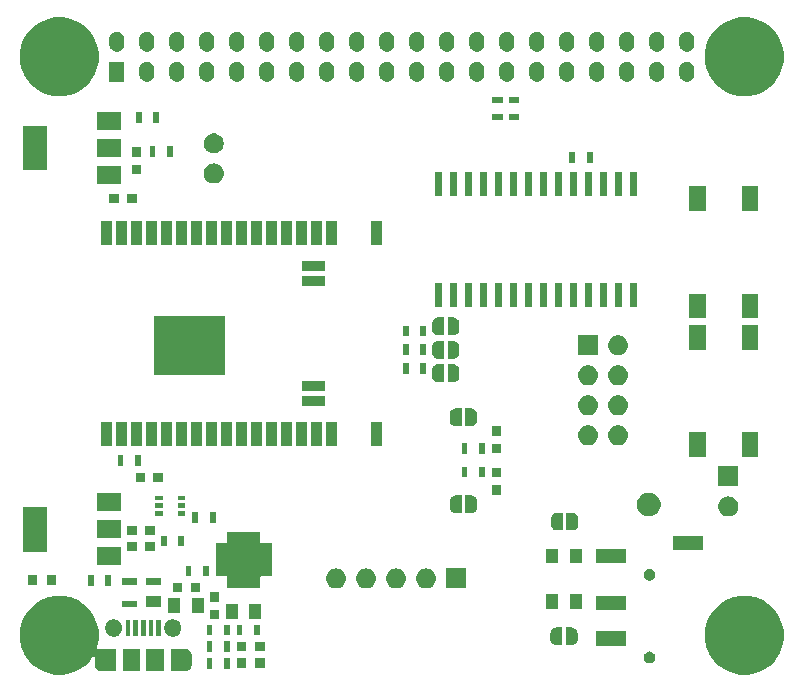
<source format=gts>
G04 #@! TF.GenerationSoftware,KiCad,Pcbnew,(5.1.0)-1*
G04 #@! TF.CreationDate,2019-11-06T00:15:10-05:00*
G04 #@! TF.ProjectId,ESP32-Pi,45535033-322d-4506-992e-6b696361645f,1.0*
G04 #@! TF.SameCoordinates,Original*
G04 #@! TF.FileFunction,Soldermask,Top*
G04 #@! TF.FilePolarity,Negative*
%FSLAX46Y46*%
G04 Gerber Fmt 4.6, Leading zero omitted, Abs format (unit mm)*
G04 Created by KiCad (PCBNEW (5.1.0)-1) date 2019-11-06 00:15:10*
%MOMM*%
%LPD*%
G04 APERTURE LIST*
%ADD10C,0.100000*%
G04 APERTURE END LIST*
D10*
G36*
X182213158Y-104861238D02*
G01*
X182822818Y-105113768D01*
X182822820Y-105113769D01*
X183281576Y-105420300D01*
X183371500Y-105480385D01*
X183838115Y-105947000D01*
X184204732Y-106495682D01*
X184457262Y-107105342D01*
X184586000Y-107752552D01*
X184586000Y-108412448D01*
X184457262Y-109059658D01*
X184244305Y-109573780D01*
X184204731Y-109669320D01*
X183838115Y-110218000D01*
X183371500Y-110684615D01*
X182822820Y-111051231D01*
X182822819Y-111051232D01*
X182822818Y-111051232D01*
X182213158Y-111303762D01*
X181565948Y-111432500D01*
X180906052Y-111432500D01*
X180258842Y-111303762D01*
X179649182Y-111051232D01*
X179649181Y-111051232D01*
X179649180Y-111051231D01*
X179100500Y-110684615D01*
X178633885Y-110218000D01*
X178267269Y-109669320D01*
X178227695Y-109573780D01*
X178014738Y-109059658D01*
X177886000Y-108412448D01*
X177886000Y-107752552D01*
X178014738Y-107105342D01*
X178267268Y-106495682D01*
X178633885Y-105947000D01*
X179100500Y-105480385D01*
X179190424Y-105420300D01*
X179649180Y-105113769D01*
X179649182Y-105113768D01*
X180258842Y-104861238D01*
X180906052Y-104732500D01*
X181565948Y-104732500D01*
X182213158Y-104861238D01*
X182213158Y-104861238D01*
G37*
G36*
X124213158Y-104861238D02*
G01*
X124822818Y-105113768D01*
X124822820Y-105113769D01*
X125281576Y-105420300D01*
X125371500Y-105480385D01*
X125838115Y-105947000D01*
X126204732Y-106495682D01*
X126457262Y-107105342D01*
X126586000Y-107752552D01*
X126586000Y-108412448D01*
X126457262Y-109059659D01*
X126444044Y-109091570D01*
X126436931Y-109115019D01*
X126434529Y-109139406D01*
X126436931Y-109163792D01*
X126444044Y-109187241D01*
X126455595Y-109208851D01*
X126471141Y-109227793D01*
X126490083Y-109243338D01*
X126511693Y-109254889D01*
X126535142Y-109262002D01*
X126559529Y-109264404D01*
X126583915Y-109262002D01*
X126607364Y-109254889D01*
X126618437Y-109249651D01*
X126622480Y-109247490D01*
X126735580Y-109213182D01*
X126740459Y-109212701D01*
X126764489Y-109207921D01*
X126772747Y-109204500D01*
X126817593Y-109204500D01*
X126829832Y-109203899D01*
X126853200Y-109201597D01*
X126876568Y-109203899D01*
X126888807Y-109204500D01*
X128053200Y-109204500D01*
X128053200Y-111104500D01*
X126888807Y-111104500D01*
X126876568Y-111105101D01*
X126853200Y-111107403D01*
X126829832Y-111105101D01*
X126817593Y-111104500D01*
X126773198Y-111104500D01*
X126740457Y-111096298D01*
X126735579Y-111095818D01*
X126622479Y-111061510D01*
X126518245Y-111005796D01*
X126426883Y-110930817D01*
X126351904Y-110839454D01*
X126296190Y-110735220D01*
X126261882Y-110622120D01*
X126253200Y-110533973D01*
X126253200Y-110008848D01*
X126250798Y-109984462D01*
X126243685Y-109961013D01*
X126232134Y-109939402D01*
X126216589Y-109920460D01*
X126197647Y-109904915D01*
X126176036Y-109893364D01*
X126152587Y-109886251D01*
X126128201Y-109883849D01*
X126103815Y-109886251D01*
X126080366Y-109893364D01*
X126058755Y-109904915D01*
X126039813Y-109920460D01*
X126024269Y-109939401D01*
X125838115Y-110218000D01*
X125371500Y-110684615D01*
X124822820Y-111051231D01*
X124822819Y-111051232D01*
X124822818Y-111051232D01*
X124213158Y-111303762D01*
X123565948Y-111432500D01*
X122906052Y-111432500D01*
X122258842Y-111303762D01*
X121649182Y-111051232D01*
X121649181Y-111051232D01*
X121649180Y-111051231D01*
X121100500Y-110684615D01*
X120633885Y-110218000D01*
X120267269Y-109669320D01*
X120227695Y-109573780D01*
X120014738Y-109059658D01*
X119886000Y-108412448D01*
X119886000Y-107752552D01*
X120014738Y-107105342D01*
X120267268Y-106495682D01*
X120633885Y-105947000D01*
X121100500Y-105480385D01*
X121190424Y-105420300D01*
X121649180Y-105113769D01*
X121649182Y-105113768D01*
X122258842Y-104861238D01*
X122906052Y-104732500D01*
X123565948Y-104732500D01*
X124213158Y-104861238D01*
X124213158Y-104861238D01*
G37*
G36*
X133876568Y-109203899D02*
G01*
X133888807Y-109204500D01*
X133933202Y-109204500D01*
X133965942Y-109212702D01*
X133970820Y-109213182D01*
X134083920Y-109247490D01*
X134188154Y-109303204D01*
X134279517Y-109378183D01*
X134354496Y-109469545D01*
X134410210Y-109573779D01*
X134444518Y-109686879D01*
X134453200Y-109775026D01*
X134453200Y-110533974D01*
X134444518Y-110622121D01*
X134410210Y-110735221D01*
X134354496Y-110839455D01*
X134279517Y-110930817D01*
X134188155Y-111005796D01*
X134083921Y-111061510D01*
X133970821Y-111095818D01*
X133965942Y-111096299D01*
X133941911Y-111101079D01*
X133933653Y-111104500D01*
X133888807Y-111104500D01*
X133876568Y-111105101D01*
X133853200Y-111107403D01*
X133829832Y-111105101D01*
X133817593Y-111104500D01*
X132653200Y-111104500D01*
X132653200Y-109204500D01*
X133817593Y-109204500D01*
X133829832Y-109203899D01*
X133853200Y-109201597D01*
X133876568Y-109203899D01*
X133876568Y-109203899D01*
G37*
G36*
X130103200Y-111104500D02*
G01*
X128603200Y-111104500D01*
X128603200Y-109204500D01*
X130103200Y-109204500D01*
X130103200Y-111104500D01*
X130103200Y-111104500D01*
G37*
G36*
X132103200Y-111104500D02*
G01*
X130603200Y-111104500D01*
X130603200Y-109204500D01*
X132103200Y-109204500D01*
X132103200Y-111104500D01*
X132103200Y-111104500D01*
G37*
G36*
X136203200Y-110914900D02*
G01*
X135703200Y-110914900D01*
X135703200Y-110014900D01*
X136203200Y-110014900D01*
X136203200Y-110914900D01*
X136203200Y-110914900D01*
G37*
G36*
X137703200Y-110914900D02*
G01*
X137203200Y-110914900D01*
X137203200Y-110014900D01*
X137703200Y-110014900D01*
X137703200Y-110914900D01*
X137703200Y-110914900D01*
G37*
G36*
X139046400Y-110814100D02*
G01*
X138246400Y-110814100D01*
X138246400Y-110014100D01*
X139046400Y-110014100D01*
X139046400Y-110814100D01*
X139046400Y-110814100D01*
G37*
G36*
X140646400Y-110814100D02*
G01*
X139846400Y-110814100D01*
X139846400Y-110014100D01*
X140646400Y-110014100D01*
X140646400Y-110814100D01*
X140646400Y-110814100D01*
G37*
G36*
X173348843Y-109463214D02*
G01*
X173439837Y-109500905D01*
X173439839Y-109500906D01*
X173521731Y-109555625D01*
X173591375Y-109625269D01*
X173632543Y-109686880D01*
X173646095Y-109707163D01*
X173683786Y-109798157D01*
X173703000Y-109894753D01*
X173703000Y-109993247D01*
X173683786Y-110089843D01*
X173683785Y-110089845D01*
X173646094Y-110180839D01*
X173591375Y-110262731D01*
X173521731Y-110332375D01*
X173439839Y-110387094D01*
X173439838Y-110387095D01*
X173439837Y-110387095D01*
X173348843Y-110424786D01*
X173252247Y-110444000D01*
X173153753Y-110444000D01*
X173057157Y-110424786D01*
X172966163Y-110387095D01*
X172966162Y-110387095D01*
X172966161Y-110387094D01*
X172884269Y-110332375D01*
X172814625Y-110262731D01*
X172759906Y-110180839D01*
X172722215Y-110089845D01*
X172722214Y-110089843D01*
X172703000Y-109993247D01*
X172703000Y-109894753D01*
X172722214Y-109798157D01*
X172759905Y-109707163D01*
X172773458Y-109686880D01*
X172814625Y-109625269D01*
X172884269Y-109555625D01*
X172966161Y-109500906D01*
X172966163Y-109500905D01*
X173057157Y-109463214D01*
X173153753Y-109444000D01*
X173252247Y-109444000D01*
X173348843Y-109463214D01*
X173348843Y-109463214D01*
G37*
G36*
X137703200Y-109492500D02*
G01*
X137203200Y-109492500D01*
X137203200Y-108592500D01*
X137703200Y-108592500D01*
X137703200Y-109492500D01*
X137703200Y-109492500D01*
G37*
G36*
X136203200Y-109492500D02*
G01*
X135703200Y-109492500D01*
X135703200Y-108592500D01*
X136203200Y-108592500D01*
X136203200Y-109492500D01*
X136203200Y-109492500D01*
G37*
G36*
X140646400Y-109442500D02*
G01*
X139846400Y-109442500D01*
X139846400Y-108642500D01*
X140646400Y-108642500D01*
X140646400Y-109442500D01*
X140646400Y-109442500D01*
G37*
G36*
X139046400Y-109442500D02*
G01*
X138246400Y-109442500D01*
X138246400Y-108642500D01*
X139046400Y-108642500D01*
X139046400Y-109442500D01*
X139046400Y-109442500D01*
G37*
G36*
X171203000Y-108944000D02*
G01*
X168703000Y-108944000D01*
X168703000Y-107744000D01*
X171203000Y-107744000D01*
X171203000Y-108944000D01*
X171203000Y-108944000D01*
G37*
G36*
X166626203Y-107404701D02*
G01*
X166638453Y-107405303D01*
X166656872Y-107405303D01*
X166669150Y-107406512D01*
X166753232Y-107423237D01*
X166765052Y-107426823D01*
X166844256Y-107459630D01*
X166855136Y-107465445D01*
X166926426Y-107513079D01*
X166935963Y-107520907D01*
X166996593Y-107581537D01*
X167004421Y-107591074D01*
X167052055Y-107662364D01*
X167057870Y-107673244D01*
X167090677Y-107752448D01*
X167094263Y-107764268D01*
X167110988Y-107848350D01*
X167112197Y-107860628D01*
X167112197Y-107879047D01*
X167112799Y-107891297D01*
X167114605Y-107909637D01*
X167114605Y-108397363D01*
X167112799Y-108415703D01*
X167112197Y-108427953D01*
X167112197Y-108446372D01*
X167110988Y-108458650D01*
X167094263Y-108542732D01*
X167090677Y-108554552D01*
X167057870Y-108633756D01*
X167052055Y-108644636D01*
X167004421Y-108715926D01*
X166996593Y-108725463D01*
X166935963Y-108786093D01*
X166926426Y-108793921D01*
X166855136Y-108841555D01*
X166844256Y-108847370D01*
X166765052Y-108880177D01*
X166753232Y-108883763D01*
X166669150Y-108900488D01*
X166656872Y-108901697D01*
X166638453Y-108901697D01*
X166626203Y-108902299D01*
X166607863Y-108904105D01*
X166120137Y-108904105D01*
X166114001Y-108903501D01*
X166113999Y-108903499D01*
X166113395Y-108897363D01*
X166113395Y-107409637D01*
X166113999Y-107403501D01*
X166114001Y-107403499D01*
X166120137Y-107402895D01*
X166607863Y-107402895D01*
X166626203Y-107404701D01*
X166626203Y-107404701D01*
G37*
G36*
X165813999Y-107403499D02*
G01*
X165814001Y-107403501D01*
X165814605Y-107409637D01*
X165814605Y-108897363D01*
X165814001Y-108903499D01*
X165813999Y-108903501D01*
X165807863Y-108904105D01*
X165320137Y-108904105D01*
X165301797Y-108902299D01*
X165289547Y-108901697D01*
X165271128Y-108901697D01*
X165258850Y-108900488D01*
X165174768Y-108883763D01*
X165162948Y-108880177D01*
X165083744Y-108847370D01*
X165072864Y-108841555D01*
X165001574Y-108793921D01*
X164992037Y-108786093D01*
X164931407Y-108725463D01*
X164923579Y-108715926D01*
X164875945Y-108644636D01*
X164870130Y-108633756D01*
X164837323Y-108554552D01*
X164833737Y-108542732D01*
X164817012Y-108458650D01*
X164815803Y-108446372D01*
X164815803Y-108427953D01*
X164815201Y-108415703D01*
X164813395Y-108397363D01*
X164813395Y-107909637D01*
X164815201Y-107891297D01*
X164815803Y-107879047D01*
X164815803Y-107860628D01*
X164817012Y-107848350D01*
X164833737Y-107764268D01*
X164837323Y-107752448D01*
X164870130Y-107673244D01*
X164875945Y-107662364D01*
X164923579Y-107591074D01*
X164931407Y-107581537D01*
X164992037Y-107520907D01*
X165001574Y-107513079D01*
X165072864Y-107465445D01*
X165083744Y-107459630D01*
X165162948Y-107426823D01*
X165174768Y-107423237D01*
X165258850Y-107406512D01*
X165271128Y-107405303D01*
X165289547Y-107405303D01*
X165301797Y-107404701D01*
X165320137Y-107402895D01*
X165807863Y-107402895D01*
X165813999Y-107403499D01*
X165813999Y-107403499D01*
G37*
G36*
X128064675Y-106757361D02*
G01*
X128196616Y-106812012D01*
X128315360Y-106891355D01*
X128416345Y-106992340D01*
X128495688Y-107111084D01*
X128550339Y-107243025D01*
X128578200Y-107383092D01*
X128578200Y-107525908D01*
X128550339Y-107665975D01*
X128495688Y-107797916D01*
X128416345Y-107916660D01*
X128315360Y-108017645D01*
X128196616Y-108096988D01*
X128064675Y-108151639D01*
X127924608Y-108179500D01*
X127781792Y-108179500D01*
X127641725Y-108151639D01*
X127509784Y-108096988D01*
X127391040Y-108017645D01*
X127290055Y-107916660D01*
X127210712Y-107797916D01*
X127156061Y-107665975D01*
X127128200Y-107525908D01*
X127128200Y-107383092D01*
X127156061Y-107243025D01*
X127210712Y-107111084D01*
X127290055Y-106992340D01*
X127391040Y-106891355D01*
X127509784Y-106812012D01*
X127641725Y-106757361D01*
X127781792Y-106729500D01*
X127924608Y-106729500D01*
X128064675Y-106757361D01*
X128064675Y-106757361D01*
G37*
G36*
X133064675Y-106757361D02*
G01*
X133196616Y-106812012D01*
X133315360Y-106891355D01*
X133416345Y-106992340D01*
X133495688Y-107111084D01*
X133550339Y-107243025D01*
X133578200Y-107383092D01*
X133578200Y-107525908D01*
X133550339Y-107665975D01*
X133495688Y-107797916D01*
X133416345Y-107916660D01*
X133315360Y-108017645D01*
X133196616Y-108096988D01*
X133064675Y-108151639D01*
X132924608Y-108179500D01*
X132781792Y-108179500D01*
X132641725Y-108151639D01*
X132509784Y-108096988D01*
X132391040Y-108017645D01*
X132290055Y-107916660D01*
X132210712Y-107797916D01*
X132156061Y-107665975D01*
X132128200Y-107525908D01*
X132128200Y-107383092D01*
X132156061Y-107243025D01*
X132210712Y-107111084D01*
X132290055Y-106992340D01*
X132391040Y-106891355D01*
X132509784Y-106812012D01*
X132641725Y-106757361D01*
X132781792Y-106729500D01*
X132924608Y-106729500D01*
X133064675Y-106757361D01*
X133064675Y-106757361D01*
G37*
G36*
X131203200Y-108129500D02*
G01*
X130803200Y-108129500D01*
X130803200Y-106779500D01*
X131203200Y-106779500D01*
X131203200Y-108129500D01*
X131203200Y-108129500D01*
G37*
G36*
X129253200Y-108129500D02*
G01*
X128853200Y-108129500D01*
X128853200Y-106779500D01*
X129253200Y-106779500D01*
X129253200Y-108129500D01*
X129253200Y-108129500D01*
G37*
G36*
X130553200Y-108129500D02*
G01*
X130153200Y-108129500D01*
X130153200Y-106779500D01*
X130553200Y-106779500D01*
X130553200Y-108129500D01*
X130553200Y-108129500D01*
G37*
G36*
X129903200Y-108129500D02*
G01*
X129503200Y-108129500D01*
X129503200Y-106779500D01*
X129903200Y-106779500D01*
X129903200Y-108129500D01*
X129903200Y-108129500D01*
G37*
G36*
X131853200Y-108129500D02*
G01*
X131453200Y-108129500D01*
X131453200Y-106779500D01*
X131853200Y-106779500D01*
X131853200Y-108129500D01*
X131853200Y-108129500D01*
G37*
G36*
X136203200Y-108070100D02*
G01*
X135703200Y-108070100D01*
X135703200Y-107170100D01*
X136203200Y-107170100D01*
X136203200Y-108070100D01*
X136203200Y-108070100D01*
G37*
G36*
X137703200Y-108070100D02*
G01*
X137203200Y-108070100D01*
X137203200Y-107170100D01*
X137703200Y-107170100D01*
X137703200Y-108070100D01*
X137703200Y-108070100D01*
G37*
G36*
X138743200Y-108070100D02*
G01*
X138243200Y-108070100D01*
X138243200Y-107170100D01*
X138743200Y-107170100D01*
X138743200Y-108070100D01*
X138743200Y-108070100D01*
G37*
G36*
X140243200Y-108070100D02*
G01*
X139743200Y-108070100D01*
X139743200Y-107170100D01*
X140243200Y-107170100D01*
X140243200Y-108070100D01*
X140243200Y-108070100D01*
G37*
G36*
X136773400Y-106738100D02*
G01*
X136023400Y-106738100D01*
X136023400Y-105938100D01*
X136773400Y-105938100D01*
X136773400Y-106738100D01*
X136773400Y-106738100D01*
G37*
G36*
X140336800Y-106670300D02*
G01*
X139336800Y-106670300D01*
X139336800Y-105420300D01*
X140336800Y-105420300D01*
X140336800Y-106670300D01*
X140336800Y-106670300D01*
G37*
G36*
X138336800Y-106670300D02*
G01*
X137336800Y-106670300D01*
X137336800Y-105420300D01*
X138336800Y-105420300D01*
X138336800Y-106670300D01*
X138336800Y-106670300D01*
G37*
G36*
X133460000Y-106162300D02*
G01*
X132460000Y-106162300D01*
X132460000Y-104912300D01*
X133460000Y-104912300D01*
X133460000Y-106162300D01*
X133460000Y-106162300D01*
G37*
G36*
X135460000Y-106162300D02*
G01*
X134460000Y-106162300D01*
X134460000Y-104912300D01*
X135460000Y-104912300D01*
X135460000Y-106162300D01*
X135460000Y-106162300D01*
G37*
G36*
X171203000Y-105944000D02*
G01*
X168703000Y-105944000D01*
X168703000Y-104744000D01*
X171203000Y-104744000D01*
X171203000Y-105944000D01*
X171203000Y-105944000D01*
G37*
G36*
X167464000Y-105857500D02*
G01*
X166464000Y-105857500D01*
X166464000Y-104607500D01*
X167464000Y-104607500D01*
X167464000Y-105857500D01*
X167464000Y-105857500D01*
G37*
G36*
X165464000Y-105857500D02*
G01*
X164464000Y-105857500D01*
X164464000Y-104607500D01*
X165464000Y-104607500D01*
X165464000Y-105857500D01*
X165464000Y-105857500D01*
G37*
G36*
X129855800Y-105705500D02*
G01*
X128545800Y-105705500D01*
X128545800Y-105155500D01*
X129855800Y-105155500D01*
X129855800Y-105705500D01*
X129855800Y-105705500D01*
G37*
G36*
X131855800Y-105700500D02*
G01*
X130545800Y-105700500D01*
X130545800Y-104760500D01*
X131855800Y-104760500D01*
X131855800Y-105700500D01*
X131855800Y-105700500D01*
G37*
G36*
X136773400Y-105238100D02*
G01*
X136023400Y-105238100D01*
X136023400Y-104438100D01*
X136773400Y-104438100D01*
X136773400Y-105238100D01*
X136773400Y-105238100D01*
G37*
G36*
X133660800Y-104388300D02*
G01*
X132860800Y-104388300D01*
X132860800Y-103638300D01*
X133660800Y-103638300D01*
X133660800Y-104388300D01*
X133660800Y-104388300D01*
G37*
G36*
X135160800Y-104388300D02*
G01*
X134360800Y-104388300D01*
X134360800Y-103638300D01*
X135160800Y-103638300D01*
X135160800Y-104388300D01*
X135160800Y-104388300D01*
G37*
G36*
X157670000Y-104114000D02*
G01*
X155970000Y-104114000D01*
X155970000Y-102414000D01*
X157670000Y-102414000D01*
X157670000Y-104114000D01*
X157670000Y-104114000D01*
G37*
G36*
X151906627Y-102426299D02*
G01*
X151986742Y-102450601D01*
X152066855Y-102474903D01*
X152066857Y-102474904D01*
X152214518Y-102553831D01*
X152343949Y-102660051D01*
X152450169Y-102789482D01*
X152529096Y-102937143D01*
X152577701Y-103097373D01*
X152594112Y-103264000D01*
X152577701Y-103430627D01*
X152529096Y-103590857D01*
X152450169Y-103738518D01*
X152343949Y-103867949D01*
X152214518Y-103974169D01*
X152069843Y-104051500D01*
X152066855Y-104053097D01*
X151986742Y-104077399D01*
X151906627Y-104101701D01*
X151781752Y-104114000D01*
X151698248Y-104114000D01*
X151573373Y-104101701D01*
X151493258Y-104077399D01*
X151413145Y-104053097D01*
X151410157Y-104051500D01*
X151265482Y-103974169D01*
X151136051Y-103867949D01*
X151029831Y-103738518D01*
X150950904Y-103590857D01*
X150902299Y-103430627D01*
X150885888Y-103264000D01*
X150902299Y-103097373D01*
X150950904Y-102937143D01*
X151029831Y-102789482D01*
X151136051Y-102660051D01*
X151265482Y-102553831D01*
X151413143Y-102474904D01*
X151413145Y-102474903D01*
X151493258Y-102450601D01*
X151573373Y-102426299D01*
X151698248Y-102414000D01*
X151781752Y-102414000D01*
X151906627Y-102426299D01*
X151906627Y-102426299D01*
G37*
G36*
X149366627Y-102426299D02*
G01*
X149446742Y-102450601D01*
X149526855Y-102474903D01*
X149526857Y-102474904D01*
X149674518Y-102553831D01*
X149803949Y-102660051D01*
X149910169Y-102789482D01*
X149989096Y-102937143D01*
X150037701Y-103097373D01*
X150054112Y-103264000D01*
X150037701Y-103430627D01*
X149989096Y-103590857D01*
X149910169Y-103738518D01*
X149803949Y-103867949D01*
X149674518Y-103974169D01*
X149529843Y-104051500D01*
X149526855Y-104053097D01*
X149446742Y-104077399D01*
X149366627Y-104101701D01*
X149241752Y-104114000D01*
X149158248Y-104114000D01*
X149033373Y-104101701D01*
X148953258Y-104077399D01*
X148873145Y-104053097D01*
X148870157Y-104051500D01*
X148725482Y-103974169D01*
X148596051Y-103867949D01*
X148489831Y-103738518D01*
X148410904Y-103590857D01*
X148362299Y-103430627D01*
X148345888Y-103264000D01*
X148362299Y-103097373D01*
X148410904Y-102937143D01*
X148489831Y-102789482D01*
X148596051Y-102660051D01*
X148725482Y-102553831D01*
X148873143Y-102474904D01*
X148873145Y-102474903D01*
X148953258Y-102450601D01*
X149033373Y-102426299D01*
X149158248Y-102414000D01*
X149241752Y-102414000D01*
X149366627Y-102426299D01*
X149366627Y-102426299D01*
G37*
G36*
X154446627Y-102426299D02*
G01*
X154526742Y-102450601D01*
X154606855Y-102474903D01*
X154606857Y-102474904D01*
X154754518Y-102553831D01*
X154883949Y-102660051D01*
X154990169Y-102789482D01*
X155069096Y-102937143D01*
X155117701Y-103097373D01*
X155134112Y-103264000D01*
X155117701Y-103430627D01*
X155069096Y-103590857D01*
X154990169Y-103738518D01*
X154883949Y-103867949D01*
X154754518Y-103974169D01*
X154609843Y-104051500D01*
X154606855Y-104053097D01*
X154526742Y-104077399D01*
X154446627Y-104101701D01*
X154321752Y-104114000D01*
X154238248Y-104114000D01*
X154113373Y-104101701D01*
X154033258Y-104077399D01*
X153953145Y-104053097D01*
X153950157Y-104051500D01*
X153805482Y-103974169D01*
X153676051Y-103867949D01*
X153569831Y-103738518D01*
X153490904Y-103590857D01*
X153442299Y-103430627D01*
X153425888Y-103264000D01*
X153442299Y-103097373D01*
X153490904Y-102937143D01*
X153569831Y-102789482D01*
X153676051Y-102660051D01*
X153805482Y-102553831D01*
X153953143Y-102474904D01*
X153953145Y-102474903D01*
X154033258Y-102450601D01*
X154113373Y-102426299D01*
X154238248Y-102414000D01*
X154321752Y-102414000D01*
X154446627Y-102426299D01*
X154446627Y-102426299D01*
G37*
G36*
X146826627Y-102426299D02*
G01*
X146906742Y-102450601D01*
X146986855Y-102474903D01*
X146986857Y-102474904D01*
X147134518Y-102553831D01*
X147263949Y-102660051D01*
X147370169Y-102789482D01*
X147449096Y-102937143D01*
X147497701Y-103097373D01*
X147514112Y-103264000D01*
X147497701Y-103430627D01*
X147449096Y-103590857D01*
X147370169Y-103738518D01*
X147263949Y-103867949D01*
X147134518Y-103974169D01*
X146989843Y-104051500D01*
X146986855Y-104053097D01*
X146906742Y-104077399D01*
X146826627Y-104101701D01*
X146701752Y-104114000D01*
X146618248Y-104114000D01*
X146493373Y-104101701D01*
X146413258Y-104077399D01*
X146333145Y-104053097D01*
X146330157Y-104051500D01*
X146185482Y-103974169D01*
X146056051Y-103867949D01*
X145949831Y-103738518D01*
X145870904Y-103590857D01*
X145822299Y-103430627D01*
X145805888Y-103264000D01*
X145822299Y-103097373D01*
X145870904Y-102937143D01*
X145949831Y-102789482D01*
X146056051Y-102660051D01*
X146185482Y-102553831D01*
X146333143Y-102474904D01*
X146333145Y-102474903D01*
X146413258Y-102450601D01*
X146493373Y-102426299D01*
X146618248Y-102414000D01*
X146701752Y-102414000D01*
X146826627Y-102426299D01*
X146826627Y-102426299D01*
G37*
G36*
X140249500Y-100151501D02*
G01*
X140251902Y-100175887D01*
X140259015Y-100199336D01*
X140270566Y-100220947D01*
X140286111Y-100239889D01*
X140305053Y-100255434D01*
X140326664Y-100266985D01*
X140350113Y-100274098D01*
X140374499Y-100276500D01*
X141224500Y-100276500D01*
X141224500Y-103076500D01*
X140374499Y-103076500D01*
X140350113Y-103078902D01*
X140326664Y-103086015D01*
X140305053Y-103097566D01*
X140286111Y-103113111D01*
X140270566Y-103132053D01*
X140259015Y-103153664D01*
X140251902Y-103177113D01*
X140249500Y-103201499D01*
X140249500Y-104051500D01*
X137449500Y-104051500D01*
X137449500Y-103201499D01*
X137447098Y-103177113D01*
X137439985Y-103153664D01*
X137428434Y-103132053D01*
X137412889Y-103113111D01*
X137393947Y-103097566D01*
X137372336Y-103086015D01*
X137348887Y-103078902D01*
X137324501Y-103076500D01*
X136474500Y-103076500D01*
X136474500Y-100276500D01*
X137324501Y-100276500D01*
X137348887Y-100274098D01*
X137372336Y-100266985D01*
X137393947Y-100255434D01*
X137412889Y-100239889D01*
X137428434Y-100220947D01*
X137439985Y-100199336D01*
X137447098Y-100175887D01*
X137449500Y-100151501D01*
X137449500Y-99301500D01*
X140249500Y-99301500D01*
X140249500Y-100151501D01*
X140249500Y-100151501D01*
G37*
G36*
X126144800Y-103904500D02*
G01*
X125644800Y-103904500D01*
X125644800Y-103004500D01*
X126144800Y-103004500D01*
X126144800Y-103904500D01*
X126144800Y-103904500D01*
G37*
G36*
X127644800Y-103904500D02*
G01*
X127144800Y-103904500D01*
X127144800Y-103004500D01*
X127644800Y-103004500D01*
X127644800Y-103904500D01*
X127644800Y-103904500D01*
G37*
G36*
X122968000Y-103803700D02*
G01*
X122168000Y-103803700D01*
X122168000Y-103003700D01*
X122968000Y-103003700D01*
X122968000Y-103803700D01*
X122968000Y-103803700D01*
G37*
G36*
X121368000Y-103803700D02*
G01*
X120568000Y-103803700D01*
X120568000Y-103003700D01*
X121368000Y-103003700D01*
X121368000Y-103803700D01*
X121368000Y-103803700D01*
G37*
G36*
X129855800Y-103785500D02*
G01*
X128545800Y-103785500D01*
X128545800Y-103235500D01*
X129855800Y-103235500D01*
X129855800Y-103785500D01*
X129855800Y-103785500D01*
G37*
G36*
X131855800Y-103785500D02*
G01*
X130545800Y-103785500D01*
X130545800Y-103235500D01*
X131855800Y-103235500D01*
X131855800Y-103785500D01*
X131855800Y-103785500D01*
G37*
G36*
X173348843Y-102463214D02*
G01*
X173377065Y-102474904D01*
X173439839Y-102500906D01*
X173481063Y-102528451D01*
X173521730Y-102555624D01*
X173591376Y-102625270D01*
X173646095Y-102707163D01*
X173683786Y-102798157D01*
X173703000Y-102894753D01*
X173703000Y-102993247D01*
X173683786Y-103089843D01*
X173646095Y-103180837D01*
X173646094Y-103180839D01*
X173591375Y-103262731D01*
X173521731Y-103332375D01*
X173439839Y-103387094D01*
X173439838Y-103387095D01*
X173439837Y-103387095D01*
X173348843Y-103424786D01*
X173252247Y-103444000D01*
X173153753Y-103444000D01*
X173057157Y-103424786D01*
X172966163Y-103387095D01*
X172966162Y-103387095D01*
X172966161Y-103387094D01*
X172884269Y-103332375D01*
X172814625Y-103262731D01*
X172759906Y-103180839D01*
X172759905Y-103180837D01*
X172722214Y-103089843D01*
X172703000Y-102993247D01*
X172703000Y-102894753D01*
X172722214Y-102798157D01*
X172759905Y-102707163D01*
X172814624Y-102625270D01*
X172884270Y-102555624D01*
X172924937Y-102528451D01*
X172966161Y-102500906D01*
X173028935Y-102474904D01*
X173057157Y-102463214D01*
X173153753Y-102444000D01*
X173252247Y-102444000D01*
X173348843Y-102463214D01*
X173348843Y-102463214D01*
G37*
G36*
X135925200Y-103091700D02*
G01*
X135425200Y-103091700D01*
X135425200Y-102191700D01*
X135925200Y-102191700D01*
X135925200Y-103091700D01*
X135925200Y-103091700D01*
G37*
G36*
X134425200Y-103091700D02*
G01*
X133925200Y-103091700D01*
X133925200Y-102191700D01*
X134425200Y-102191700D01*
X134425200Y-103091700D01*
X134425200Y-103091700D01*
G37*
G36*
X128458400Y-102135700D02*
G01*
X126458400Y-102135700D01*
X126458400Y-100635700D01*
X128458400Y-100635700D01*
X128458400Y-102135700D01*
X128458400Y-102135700D01*
G37*
G36*
X165464000Y-101984000D02*
G01*
X164464000Y-101984000D01*
X164464000Y-100734000D01*
X165464000Y-100734000D01*
X165464000Y-101984000D01*
X165464000Y-101984000D01*
G37*
G36*
X167464000Y-101984000D02*
G01*
X166464000Y-101984000D01*
X166464000Y-100734000D01*
X167464000Y-100734000D01*
X167464000Y-101984000D01*
X167464000Y-101984000D01*
G37*
G36*
X171203000Y-101944000D02*
G01*
X168703000Y-101944000D01*
X168703000Y-100744000D01*
X171203000Y-100744000D01*
X171203000Y-101944000D01*
X171203000Y-101944000D01*
G37*
G36*
X122158400Y-100985700D02*
G01*
X120158400Y-100985700D01*
X120158400Y-97185700D01*
X122158400Y-97185700D01*
X122158400Y-100985700D01*
X122158400Y-100985700D01*
G37*
G36*
X131300000Y-100933900D02*
G01*
X130500000Y-100933900D01*
X130500000Y-100183900D01*
X131300000Y-100183900D01*
X131300000Y-100933900D01*
X131300000Y-100933900D01*
G37*
G36*
X129800000Y-100933900D02*
G01*
X129000000Y-100933900D01*
X129000000Y-100183900D01*
X129800000Y-100183900D01*
X129800000Y-100933900D01*
X129800000Y-100933900D01*
G37*
G36*
X177703000Y-100844000D02*
G01*
X175203000Y-100844000D01*
X175203000Y-99644000D01*
X177703000Y-99644000D01*
X177703000Y-100844000D01*
X177703000Y-100844000D01*
G37*
G36*
X132317000Y-100539000D02*
G01*
X131817000Y-100539000D01*
X131817000Y-99639000D01*
X132317000Y-99639000D01*
X132317000Y-100539000D01*
X132317000Y-100539000D01*
G37*
G36*
X133817000Y-100539000D02*
G01*
X133317000Y-100539000D01*
X133317000Y-99639000D01*
X133817000Y-99639000D01*
X133817000Y-100539000D01*
X133817000Y-100539000D01*
G37*
G36*
X128458400Y-99835700D02*
G01*
X126458400Y-99835700D01*
X126458400Y-98335700D01*
X128458400Y-98335700D01*
X128458400Y-99835700D01*
X128458400Y-99835700D01*
G37*
G36*
X129800000Y-99613100D02*
G01*
X129000000Y-99613100D01*
X129000000Y-98863100D01*
X129800000Y-98863100D01*
X129800000Y-99613100D01*
X129800000Y-99613100D01*
G37*
G36*
X131300000Y-99613100D02*
G01*
X130500000Y-99613100D01*
X130500000Y-98863100D01*
X131300000Y-98863100D01*
X131300000Y-99613100D01*
X131300000Y-99613100D01*
G37*
G36*
X165877499Y-97687999D02*
G01*
X165877501Y-97688001D01*
X165878105Y-97694137D01*
X165878105Y-99181863D01*
X165877501Y-99187999D01*
X165877499Y-99188001D01*
X165871363Y-99188605D01*
X165383637Y-99188605D01*
X165365297Y-99186799D01*
X165353047Y-99186197D01*
X165334628Y-99186197D01*
X165322350Y-99184988D01*
X165238268Y-99168263D01*
X165226448Y-99164677D01*
X165147244Y-99131870D01*
X165136364Y-99126055D01*
X165065074Y-99078421D01*
X165055537Y-99070593D01*
X164994907Y-99009963D01*
X164987079Y-99000426D01*
X164939445Y-98929136D01*
X164933630Y-98918256D01*
X164900823Y-98839052D01*
X164897237Y-98827232D01*
X164880512Y-98743150D01*
X164879303Y-98730872D01*
X164879303Y-98712453D01*
X164878701Y-98700203D01*
X164876895Y-98681863D01*
X164876895Y-98194137D01*
X164878701Y-98175797D01*
X164879303Y-98163547D01*
X164879303Y-98145128D01*
X164880512Y-98132850D01*
X164897237Y-98048768D01*
X164900823Y-98036948D01*
X164933630Y-97957744D01*
X164939445Y-97946864D01*
X164987079Y-97875574D01*
X164994907Y-97866037D01*
X165055537Y-97805407D01*
X165065074Y-97797579D01*
X165136364Y-97749945D01*
X165147244Y-97744130D01*
X165226448Y-97711323D01*
X165238268Y-97707737D01*
X165322350Y-97691012D01*
X165334628Y-97689803D01*
X165353047Y-97689803D01*
X165365297Y-97689201D01*
X165383637Y-97687395D01*
X165871363Y-97687395D01*
X165877499Y-97687999D01*
X165877499Y-97687999D01*
G37*
G36*
X166689703Y-97689201D02*
G01*
X166701953Y-97689803D01*
X166720372Y-97689803D01*
X166732650Y-97691012D01*
X166816732Y-97707737D01*
X166828552Y-97711323D01*
X166907756Y-97744130D01*
X166918636Y-97749945D01*
X166989926Y-97797579D01*
X166999463Y-97805407D01*
X167060093Y-97866037D01*
X167067921Y-97875574D01*
X167115555Y-97946864D01*
X167121370Y-97957744D01*
X167154177Y-98036948D01*
X167157763Y-98048768D01*
X167174488Y-98132850D01*
X167175697Y-98145128D01*
X167175697Y-98163547D01*
X167176299Y-98175797D01*
X167178105Y-98194137D01*
X167178105Y-98681863D01*
X167176299Y-98700203D01*
X167175697Y-98712453D01*
X167175697Y-98730872D01*
X167174488Y-98743150D01*
X167157763Y-98827232D01*
X167154177Y-98839052D01*
X167121370Y-98918256D01*
X167115555Y-98929136D01*
X167067921Y-99000426D01*
X167060093Y-99009963D01*
X166999463Y-99070593D01*
X166989926Y-99078421D01*
X166918636Y-99126055D01*
X166907756Y-99131870D01*
X166828552Y-99164677D01*
X166816732Y-99168263D01*
X166732650Y-99184988D01*
X166720372Y-99186197D01*
X166701953Y-99186197D01*
X166689703Y-99186799D01*
X166671363Y-99188605D01*
X166183637Y-99188605D01*
X166177501Y-99188001D01*
X166177499Y-99187999D01*
X166176895Y-99181863D01*
X166176895Y-97694137D01*
X166177499Y-97688001D01*
X166177501Y-97687999D01*
X166183637Y-97687395D01*
X166671363Y-97687395D01*
X166689703Y-97689201D01*
X166689703Y-97689201D01*
G37*
G36*
X134984000Y-98570500D02*
G01*
X134484000Y-98570500D01*
X134484000Y-97670500D01*
X134984000Y-97670500D01*
X134984000Y-98570500D01*
X134984000Y-98570500D01*
G37*
G36*
X136484000Y-98570500D02*
G01*
X135984000Y-98570500D01*
X135984000Y-97670500D01*
X136484000Y-97670500D01*
X136484000Y-98570500D01*
X136484000Y-98570500D01*
G37*
G36*
X180037127Y-96330299D02*
G01*
X180085283Y-96344907D01*
X180197355Y-96378903D01*
X180197357Y-96378904D01*
X180345018Y-96457831D01*
X180474449Y-96564051D01*
X180580669Y-96693482D01*
X180590145Y-96711211D01*
X180659597Y-96841145D01*
X180678815Y-96904500D01*
X180708201Y-97001373D01*
X180724612Y-97168000D01*
X180708201Y-97334627D01*
X180683899Y-97414742D01*
X180665142Y-97476576D01*
X180659596Y-97494857D01*
X180580669Y-97642518D01*
X180474449Y-97771949D01*
X180345018Y-97878169D01*
X180206326Y-97952302D01*
X180197355Y-97957097D01*
X180117242Y-97981398D01*
X180037127Y-98005701D01*
X179912252Y-98018000D01*
X179828748Y-98018000D01*
X179703873Y-98005701D01*
X179623758Y-97981398D01*
X179543645Y-97957097D01*
X179534674Y-97952302D01*
X179395982Y-97878169D01*
X179266551Y-97771949D01*
X179160331Y-97642518D01*
X179081404Y-97494857D01*
X179075859Y-97476576D01*
X179057101Y-97414742D01*
X179032799Y-97334627D01*
X179016388Y-97168000D01*
X179032799Y-97001373D01*
X179062185Y-96904500D01*
X179081403Y-96841145D01*
X179150855Y-96711211D01*
X179160331Y-96693482D01*
X179266551Y-96564051D01*
X179395982Y-96457831D01*
X179543643Y-96378904D01*
X179543645Y-96378903D01*
X179655717Y-96344907D01*
X179703873Y-96330299D01*
X179828748Y-96318000D01*
X179912252Y-96318000D01*
X180037127Y-96330299D01*
X180037127Y-96330299D01*
G37*
G36*
X173366790Y-96028519D02*
G01*
X173431189Y-96041329D01*
X173613178Y-96116711D01*
X173776963Y-96226149D01*
X173916251Y-96365437D01*
X174025689Y-96529222D01*
X174101071Y-96711211D01*
X174139500Y-96904409D01*
X174139500Y-97101391D01*
X174101071Y-97294589D01*
X174025689Y-97476578D01*
X173916251Y-97640363D01*
X173776963Y-97779651D01*
X173613178Y-97889089D01*
X173431189Y-97964471D01*
X173366790Y-97977281D01*
X173237993Y-98002900D01*
X173041007Y-98002900D01*
X172912210Y-97977281D01*
X172847811Y-97964471D01*
X172665822Y-97889089D01*
X172502037Y-97779651D01*
X172362749Y-97640363D01*
X172253311Y-97476578D01*
X172177929Y-97294589D01*
X172139500Y-97101391D01*
X172139500Y-96904409D01*
X172177929Y-96711211D01*
X172253311Y-96529222D01*
X172362749Y-96365437D01*
X172502037Y-96226149D01*
X172665822Y-96116711D01*
X172847811Y-96041329D01*
X172912210Y-96028519D01*
X173041007Y-96002900D01*
X173237993Y-96002900D01*
X173366790Y-96028519D01*
X173366790Y-96028519D01*
G37*
G36*
X133901500Y-97954500D02*
G01*
X133251500Y-97954500D01*
X133251500Y-97554500D01*
X133901500Y-97554500D01*
X133901500Y-97954500D01*
X133901500Y-97954500D01*
G37*
G36*
X132001500Y-97954500D02*
G01*
X131351500Y-97954500D01*
X131351500Y-97554500D01*
X132001500Y-97554500D01*
X132001500Y-97954500D01*
X132001500Y-97954500D01*
G37*
G36*
X158117203Y-96228701D02*
G01*
X158129453Y-96229303D01*
X158147872Y-96229303D01*
X158160150Y-96230512D01*
X158244232Y-96247237D01*
X158256052Y-96250823D01*
X158335256Y-96283630D01*
X158346136Y-96289445D01*
X158417426Y-96337079D01*
X158426963Y-96344907D01*
X158487593Y-96405537D01*
X158495421Y-96415074D01*
X158543055Y-96486364D01*
X158548870Y-96497244D01*
X158581677Y-96576448D01*
X158585263Y-96588268D01*
X158601988Y-96672350D01*
X158603197Y-96684628D01*
X158603197Y-96703047D01*
X158603799Y-96715297D01*
X158605605Y-96733637D01*
X158605605Y-97221363D01*
X158603799Y-97239703D01*
X158603197Y-97251953D01*
X158603197Y-97270372D01*
X158601988Y-97282650D01*
X158585263Y-97366732D01*
X158581677Y-97378552D01*
X158548870Y-97457756D01*
X158543055Y-97468636D01*
X158495421Y-97539926D01*
X158487593Y-97549463D01*
X158426963Y-97610093D01*
X158417426Y-97617921D01*
X158346136Y-97665555D01*
X158335256Y-97671370D01*
X158256052Y-97704177D01*
X158244232Y-97707763D01*
X158160150Y-97724488D01*
X158147872Y-97725697D01*
X158129453Y-97725697D01*
X158117203Y-97726299D01*
X158098863Y-97728105D01*
X157611137Y-97728105D01*
X157605001Y-97727501D01*
X157604999Y-97727499D01*
X157604395Y-97721363D01*
X157604395Y-96233637D01*
X157604999Y-96227501D01*
X157605001Y-96227499D01*
X157611137Y-96226895D01*
X158098863Y-96226895D01*
X158117203Y-96228701D01*
X158117203Y-96228701D01*
G37*
G36*
X157304999Y-96227499D02*
G01*
X157305001Y-96227501D01*
X157305605Y-96233637D01*
X157305605Y-97721363D01*
X157305001Y-97727499D01*
X157304999Y-97727501D01*
X157298863Y-97728105D01*
X156811137Y-97728105D01*
X156792797Y-97726299D01*
X156780547Y-97725697D01*
X156762128Y-97725697D01*
X156749850Y-97724488D01*
X156665768Y-97707763D01*
X156653948Y-97704177D01*
X156574744Y-97671370D01*
X156563864Y-97665555D01*
X156492574Y-97617921D01*
X156483037Y-97610093D01*
X156422407Y-97549463D01*
X156414579Y-97539926D01*
X156366945Y-97468636D01*
X156361130Y-97457756D01*
X156328323Y-97378552D01*
X156324737Y-97366732D01*
X156308012Y-97282650D01*
X156306803Y-97270372D01*
X156306803Y-97251953D01*
X156306201Y-97239703D01*
X156304395Y-97221363D01*
X156304395Y-96733637D01*
X156306201Y-96715297D01*
X156306803Y-96703047D01*
X156306803Y-96684628D01*
X156308012Y-96672350D01*
X156324737Y-96588268D01*
X156328323Y-96576448D01*
X156361130Y-96497244D01*
X156366945Y-96486364D01*
X156414579Y-96415074D01*
X156422407Y-96405537D01*
X156483037Y-96344907D01*
X156492574Y-96337079D01*
X156563864Y-96289445D01*
X156574744Y-96283630D01*
X156653948Y-96250823D01*
X156665768Y-96247237D01*
X156749850Y-96230512D01*
X156762128Y-96229303D01*
X156780547Y-96229303D01*
X156792797Y-96228701D01*
X156811137Y-96226895D01*
X157298863Y-96226895D01*
X157304999Y-96227499D01*
X157304999Y-96227499D01*
G37*
G36*
X128458400Y-97535700D02*
G01*
X126458400Y-97535700D01*
X126458400Y-96035700D01*
X128458400Y-96035700D01*
X128458400Y-97535700D01*
X128458400Y-97535700D01*
G37*
G36*
X132001500Y-97304500D02*
G01*
X131351500Y-97304500D01*
X131351500Y-96904500D01*
X132001500Y-96904500D01*
X132001500Y-97304500D01*
X132001500Y-97304500D01*
G37*
G36*
X133901500Y-97304500D02*
G01*
X133251500Y-97304500D01*
X133251500Y-96904500D01*
X133901500Y-96904500D01*
X133901500Y-97304500D01*
X133901500Y-97304500D01*
G37*
G36*
X133901500Y-96654500D02*
G01*
X133251500Y-96654500D01*
X133251500Y-96254500D01*
X133901500Y-96254500D01*
X133901500Y-96654500D01*
X133901500Y-96654500D01*
G37*
G36*
X132001500Y-96654500D02*
G01*
X131351500Y-96654500D01*
X131351500Y-96254500D01*
X132001500Y-96254500D01*
X132001500Y-96654500D01*
X132001500Y-96654500D01*
G37*
G36*
X160624000Y-96171700D02*
G01*
X159874000Y-96171700D01*
X159874000Y-95371700D01*
X160624000Y-95371700D01*
X160624000Y-96171700D01*
X160624000Y-96171700D01*
G37*
G36*
X180720500Y-95478000D02*
G01*
X179020500Y-95478000D01*
X179020500Y-93778000D01*
X180720500Y-93778000D01*
X180720500Y-95478000D01*
X180720500Y-95478000D01*
G37*
G36*
X130498500Y-95066500D02*
G01*
X129698500Y-95066500D01*
X129698500Y-94316500D01*
X130498500Y-94316500D01*
X130498500Y-95066500D01*
X130498500Y-95066500D01*
G37*
G36*
X131998500Y-95066500D02*
G01*
X131198500Y-95066500D01*
X131198500Y-94316500D01*
X131998500Y-94316500D01*
X131998500Y-95066500D01*
X131998500Y-95066500D01*
G37*
G36*
X157793200Y-94709700D02*
G01*
X157293200Y-94709700D01*
X157293200Y-93809700D01*
X157793200Y-93809700D01*
X157793200Y-94709700D01*
X157793200Y-94709700D01*
G37*
G36*
X159293200Y-94709700D02*
G01*
X158793200Y-94709700D01*
X158793200Y-93809700D01*
X159293200Y-93809700D01*
X159293200Y-94709700D01*
X159293200Y-94709700D01*
G37*
G36*
X160624000Y-94671700D02*
G01*
X159874000Y-94671700D01*
X159874000Y-93871700D01*
X160624000Y-93871700D01*
X160624000Y-94671700D01*
X160624000Y-94671700D01*
G37*
G36*
X130167174Y-93754463D02*
G01*
X129667174Y-93754463D01*
X129667174Y-92854463D01*
X130167174Y-92854463D01*
X130167174Y-93754463D01*
X130167174Y-93754463D01*
G37*
G36*
X128667174Y-93754463D02*
G01*
X128167174Y-93754463D01*
X128167174Y-92854463D01*
X128667174Y-92854463D01*
X128667174Y-93754463D01*
X128667174Y-93754463D01*
G37*
G36*
X177959500Y-92989000D02*
G01*
X176559500Y-92989000D01*
X176559500Y-90889000D01*
X177959500Y-90889000D01*
X177959500Y-92989000D01*
X177959500Y-92989000D01*
G37*
G36*
X182419500Y-92989000D02*
G01*
X181019500Y-92989000D01*
X181019500Y-90889000D01*
X182419500Y-90889000D01*
X182419500Y-92989000D01*
X182419500Y-92989000D01*
G37*
G36*
X159293200Y-92728500D02*
G01*
X158793200Y-92728500D01*
X158793200Y-91828500D01*
X159293200Y-91828500D01*
X159293200Y-92728500D01*
X159293200Y-92728500D01*
G37*
G36*
X157793200Y-92728500D02*
G01*
X157293200Y-92728500D01*
X157293200Y-91828500D01*
X157793200Y-91828500D01*
X157793200Y-92728500D01*
X157793200Y-92728500D01*
G37*
G36*
X160624000Y-92666500D02*
G01*
X159874000Y-92666500D01*
X159874000Y-91866500D01*
X160624000Y-91866500D01*
X160624000Y-92666500D01*
X160624000Y-92666500D01*
G37*
G36*
X140404400Y-92024900D02*
G01*
X139504400Y-92024900D01*
X139504400Y-90024900D01*
X140404400Y-90024900D01*
X140404400Y-92024900D01*
X140404400Y-92024900D01*
G37*
G36*
X141674400Y-92024900D02*
G01*
X140774400Y-92024900D01*
X140774400Y-90024900D01*
X141674400Y-90024900D01*
X141674400Y-92024900D01*
X141674400Y-92024900D01*
G37*
G36*
X132784400Y-92024900D02*
G01*
X131884400Y-92024900D01*
X131884400Y-90024900D01*
X132784400Y-90024900D01*
X132784400Y-92024900D01*
X132784400Y-92024900D01*
G37*
G36*
X134054400Y-92024900D02*
G01*
X133154400Y-92024900D01*
X133154400Y-90024900D01*
X134054400Y-90024900D01*
X134054400Y-92024900D01*
X134054400Y-92024900D01*
G37*
G36*
X135324400Y-92024900D02*
G01*
X134424400Y-92024900D01*
X134424400Y-90024900D01*
X135324400Y-90024900D01*
X135324400Y-92024900D01*
X135324400Y-92024900D01*
G37*
G36*
X136594400Y-92024900D02*
G01*
X135694400Y-92024900D01*
X135694400Y-90024900D01*
X136594400Y-90024900D01*
X136594400Y-92024900D01*
X136594400Y-92024900D01*
G37*
G36*
X137864400Y-92024900D02*
G01*
X136964400Y-92024900D01*
X136964400Y-90024900D01*
X137864400Y-90024900D01*
X137864400Y-92024900D01*
X137864400Y-92024900D01*
G37*
G36*
X139134400Y-92024900D02*
G01*
X138234400Y-92024900D01*
X138234400Y-90024900D01*
X139134400Y-90024900D01*
X139134400Y-92024900D01*
X139134400Y-92024900D01*
G37*
G36*
X130244400Y-92024900D02*
G01*
X129344400Y-92024900D01*
X129344400Y-90024900D01*
X130244400Y-90024900D01*
X130244400Y-92024900D01*
X130244400Y-92024900D01*
G37*
G36*
X146754400Y-92024900D02*
G01*
X145854400Y-92024900D01*
X145854400Y-90024900D01*
X146754400Y-90024900D01*
X146754400Y-92024900D01*
X146754400Y-92024900D01*
G37*
G36*
X145484400Y-92024900D02*
G01*
X144584400Y-92024900D01*
X144584400Y-90024900D01*
X145484400Y-90024900D01*
X145484400Y-92024900D01*
X145484400Y-92024900D01*
G37*
G36*
X144214400Y-92024900D02*
G01*
X143314400Y-92024900D01*
X143314400Y-90024900D01*
X144214400Y-90024900D01*
X144214400Y-92024900D01*
X144214400Y-92024900D01*
G37*
G36*
X127704400Y-92024900D02*
G01*
X126804400Y-92024900D01*
X126804400Y-90024900D01*
X127704400Y-90024900D01*
X127704400Y-92024900D01*
X127704400Y-92024900D01*
G37*
G36*
X128974400Y-92024900D02*
G01*
X128074400Y-92024900D01*
X128074400Y-90024900D01*
X128974400Y-90024900D01*
X128974400Y-92024900D01*
X128974400Y-92024900D01*
G37*
G36*
X142944400Y-92024900D02*
G01*
X142044400Y-92024900D01*
X142044400Y-90024900D01*
X142944400Y-90024900D01*
X142944400Y-92024900D01*
X142944400Y-92024900D01*
G37*
G36*
X131514400Y-92024900D02*
G01*
X130614400Y-92024900D01*
X130614400Y-90024900D01*
X131514400Y-90024900D01*
X131514400Y-92024900D01*
X131514400Y-92024900D01*
G37*
G36*
X150564400Y-92024900D02*
G01*
X149664400Y-92024900D01*
X149664400Y-90024900D01*
X150564400Y-90024900D01*
X150564400Y-92024900D01*
X150564400Y-92024900D01*
G37*
G36*
X170702627Y-90297799D02*
G01*
X170782742Y-90322101D01*
X170862855Y-90346403D01*
X170862857Y-90346404D01*
X171010518Y-90425331D01*
X171139949Y-90531551D01*
X171246169Y-90660982D01*
X171325096Y-90808643D01*
X171373701Y-90968873D01*
X171390112Y-91135500D01*
X171373701Y-91302127D01*
X171325096Y-91462357D01*
X171246169Y-91610018D01*
X171139949Y-91739449D01*
X171010518Y-91845669D01*
X170971546Y-91866500D01*
X170862855Y-91924597D01*
X170782742Y-91948899D01*
X170702627Y-91973201D01*
X170577752Y-91985500D01*
X170494248Y-91985500D01*
X170369373Y-91973201D01*
X170289258Y-91948899D01*
X170209145Y-91924597D01*
X170100454Y-91866500D01*
X170061482Y-91845669D01*
X169932051Y-91739449D01*
X169825831Y-91610018D01*
X169746904Y-91462357D01*
X169698299Y-91302127D01*
X169681888Y-91135500D01*
X169698299Y-90968873D01*
X169746904Y-90808643D01*
X169825831Y-90660982D01*
X169932051Y-90531551D01*
X170061482Y-90425331D01*
X170209143Y-90346404D01*
X170209145Y-90346403D01*
X170289258Y-90322101D01*
X170369373Y-90297799D01*
X170494248Y-90285500D01*
X170577752Y-90285500D01*
X170702627Y-90297799D01*
X170702627Y-90297799D01*
G37*
G36*
X168162627Y-90297799D02*
G01*
X168242742Y-90322101D01*
X168322855Y-90346403D01*
X168322857Y-90346404D01*
X168470518Y-90425331D01*
X168599949Y-90531551D01*
X168706169Y-90660982D01*
X168785096Y-90808643D01*
X168833701Y-90968873D01*
X168850112Y-91135500D01*
X168833701Y-91302127D01*
X168785096Y-91462357D01*
X168706169Y-91610018D01*
X168599949Y-91739449D01*
X168470518Y-91845669D01*
X168431546Y-91866500D01*
X168322855Y-91924597D01*
X168242742Y-91948899D01*
X168162627Y-91973201D01*
X168037752Y-91985500D01*
X167954248Y-91985500D01*
X167829373Y-91973201D01*
X167749258Y-91948899D01*
X167669145Y-91924597D01*
X167560454Y-91866500D01*
X167521482Y-91845669D01*
X167392051Y-91739449D01*
X167285831Y-91610018D01*
X167206904Y-91462357D01*
X167158299Y-91302127D01*
X167141888Y-91135500D01*
X167158299Y-90968873D01*
X167206904Y-90808643D01*
X167285831Y-90660982D01*
X167392051Y-90531551D01*
X167521482Y-90425331D01*
X167669143Y-90346404D01*
X167669145Y-90346403D01*
X167749258Y-90322101D01*
X167829373Y-90297799D01*
X167954248Y-90285500D01*
X168037752Y-90285500D01*
X168162627Y-90297799D01*
X168162627Y-90297799D01*
G37*
G36*
X160624000Y-91166500D02*
G01*
X159874000Y-91166500D01*
X159874000Y-90366500D01*
X160624000Y-90366500D01*
X160624000Y-91166500D01*
X160624000Y-91166500D01*
G37*
G36*
X158102203Y-88862701D02*
G01*
X158114453Y-88863303D01*
X158132872Y-88863303D01*
X158145150Y-88864512D01*
X158229232Y-88881237D01*
X158241052Y-88884823D01*
X158320256Y-88917630D01*
X158331136Y-88923445D01*
X158402426Y-88971079D01*
X158411963Y-88978907D01*
X158472593Y-89039537D01*
X158480421Y-89049074D01*
X158528055Y-89120364D01*
X158533870Y-89131244D01*
X158566677Y-89210448D01*
X158570263Y-89222268D01*
X158586988Y-89306350D01*
X158588197Y-89318628D01*
X158588197Y-89337047D01*
X158588799Y-89349297D01*
X158590605Y-89367637D01*
X158590605Y-89855363D01*
X158588799Y-89873703D01*
X158588197Y-89885953D01*
X158588197Y-89904372D01*
X158586988Y-89916650D01*
X158570263Y-90000732D01*
X158566677Y-90012552D01*
X158533870Y-90091756D01*
X158528055Y-90102636D01*
X158480421Y-90173926D01*
X158472593Y-90183463D01*
X158411963Y-90244093D01*
X158402426Y-90251921D01*
X158331136Y-90299555D01*
X158320256Y-90305370D01*
X158241052Y-90338177D01*
X158229232Y-90341763D01*
X158145150Y-90358488D01*
X158132872Y-90359697D01*
X158114453Y-90359697D01*
X158102203Y-90360299D01*
X158083863Y-90362105D01*
X157596137Y-90362105D01*
X157590001Y-90361501D01*
X157589999Y-90361499D01*
X157589395Y-90355363D01*
X157589395Y-88867637D01*
X157589999Y-88861501D01*
X157590001Y-88861499D01*
X157596137Y-88860895D01*
X158083863Y-88860895D01*
X158102203Y-88862701D01*
X158102203Y-88862701D01*
G37*
G36*
X157289999Y-88861499D02*
G01*
X157290001Y-88861501D01*
X157290605Y-88867637D01*
X157290605Y-90355363D01*
X157290001Y-90361499D01*
X157289999Y-90361501D01*
X157283863Y-90362105D01*
X156796137Y-90362105D01*
X156777797Y-90360299D01*
X156765547Y-90359697D01*
X156747128Y-90359697D01*
X156734850Y-90358488D01*
X156650768Y-90341763D01*
X156638948Y-90338177D01*
X156559744Y-90305370D01*
X156548864Y-90299555D01*
X156477574Y-90251921D01*
X156468037Y-90244093D01*
X156407407Y-90183463D01*
X156399579Y-90173926D01*
X156351945Y-90102636D01*
X156346130Y-90091756D01*
X156313323Y-90012552D01*
X156309737Y-90000732D01*
X156293012Y-89916650D01*
X156291803Y-89904372D01*
X156291803Y-89885953D01*
X156291201Y-89873703D01*
X156289395Y-89855363D01*
X156289395Y-89367637D01*
X156291201Y-89349297D01*
X156291803Y-89337047D01*
X156291803Y-89318628D01*
X156293012Y-89306350D01*
X156309737Y-89222268D01*
X156313323Y-89210448D01*
X156346130Y-89131244D01*
X156351945Y-89120364D01*
X156399579Y-89049074D01*
X156407407Y-89039537D01*
X156468037Y-88978907D01*
X156477574Y-88971079D01*
X156548864Y-88923445D01*
X156559744Y-88917630D01*
X156638948Y-88884823D01*
X156650768Y-88881237D01*
X156734850Y-88864512D01*
X156747128Y-88863303D01*
X156765547Y-88863303D01*
X156777797Y-88862701D01*
X156796137Y-88860895D01*
X157283863Y-88860895D01*
X157289999Y-88861499D01*
X157289999Y-88861499D01*
G37*
G36*
X168162627Y-87757799D02*
G01*
X168242742Y-87782101D01*
X168322855Y-87806403D01*
X168322857Y-87806404D01*
X168470518Y-87885331D01*
X168599949Y-87991551D01*
X168706169Y-88120982D01*
X168785096Y-88268643D01*
X168833701Y-88428873D01*
X168850112Y-88595500D01*
X168833701Y-88762127D01*
X168833700Y-88762129D01*
X168785648Y-88920539D01*
X168785096Y-88922357D01*
X168706169Y-89070018D01*
X168599949Y-89199449D01*
X168470518Y-89305669D01*
X168411814Y-89337047D01*
X168322855Y-89384597D01*
X168242742Y-89408899D01*
X168162627Y-89433201D01*
X168037752Y-89445500D01*
X167954248Y-89445500D01*
X167829373Y-89433201D01*
X167749258Y-89408899D01*
X167669145Y-89384597D01*
X167580186Y-89337047D01*
X167521482Y-89305669D01*
X167392051Y-89199449D01*
X167285831Y-89070018D01*
X167206904Y-88922357D01*
X167206353Y-88920539D01*
X167158300Y-88762129D01*
X167158299Y-88762127D01*
X167141888Y-88595500D01*
X167158299Y-88428873D01*
X167206904Y-88268643D01*
X167285831Y-88120982D01*
X167392051Y-87991551D01*
X167521482Y-87885331D01*
X167669143Y-87806404D01*
X167669145Y-87806403D01*
X167749258Y-87782101D01*
X167829373Y-87757799D01*
X167954248Y-87745500D01*
X168037752Y-87745500D01*
X168162627Y-87757799D01*
X168162627Y-87757799D01*
G37*
G36*
X170702627Y-87757799D02*
G01*
X170782742Y-87782101D01*
X170862855Y-87806403D01*
X170862857Y-87806404D01*
X171010518Y-87885331D01*
X171139949Y-87991551D01*
X171246169Y-88120982D01*
X171325096Y-88268643D01*
X171373701Y-88428873D01*
X171390112Y-88595500D01*
X171373701Y-88762127D01*
X171373700Y-88762129D01*
X171325648Y-88920539D01*
X171325096Y-88922357D01*
X171246169Y-89070018D01*
X171139949Y-89199449D01*
X171010518Y-89305669D01*
X170951814Y-89337047D01*
X170862855Y-89384597D01*
X170782742Y-89408899D01*
X170702627Y-89433201D01*
X170577752Y-89445500D01*
X170494248Y-89445500D01*
X170369373Y-89433201D01*
X170289258Y-89408899D01*
X170209145Y-89384597D01*
X170120186Y-89337047D01*
X170061482Y-89305669D01*
X169932051Y-89199449D01*
X169825831Y-89070018D01*
X169746904Y-88922357D01*
X169746353Y-88920539D01*
X169698300Y-88762129D01*
X169698299Y-88762127D01*
X169681888Y-88595500D01*
X169698299Y-88428873D01*
X169746904Y-88268643D01*
X169825831Y-88120982D01*
X169932051Y-87991551D01*
X170061482Y-87885331D01*
X170209143Y-87806404D01*
X170209145Y-87806403D01*
X170289258Y-87782101D01*
X170369373Y-87757799D01*
X170494248Y-87745500D01*
X170577752Y-87745500D01*
X170702627Y-87757799D01*
X170702627Y-87757799D01*
G37*
G36*
X145764400Y-88689900D02*
G01*
X143764400Y-88689900D01*
X143764400Y-87789900D01*
X145764400Y-87789900D01*
X145764400Y-88689900D01*
X145764400Y-88689900D01*
G37*
G36*
X145764400Y-87419900D02*
G01*
X143764400Y-87419900D01*
X143764400Y-86519900D01*
X145764400Y-86519900D01*
X145764400Y-87419900D01*
X145764400Y-87419900D01*
G37*
G36*
X170702627Y-85217799D02*
G01*
X170766844Y-85237279D01*
X170862855Y-85266403D01*
X170862857Y-85266404D01*
X171010518Y-85345331D01*
X171139949Y-85451551D01*
X171246169Y-85580982D01*
X171325096Y-85728643D01*
X171373701Y-85888873D01*
X171390112Y-86055500D01*
X171373701Y-86222127D01*
X171325096Y-86382357D01*
X171246169Y-86530018D01*
X171139949Y-86659449D01*
X171010518Y-86765669D01*
X170862857Y-86844596D01*
X170862855Y-86844597D01*
X170782742Y-86868899D01*
X170702627Y-86893201D01*
X170577752Y-86905500D01*
X170494248Y-86905500D01*
X170369373Y-86893201D01*
X170289258Y-86868899D01*
X170209145Y-86844597D01*
X170209143Y-86844596D01*
X170061482Y-86765669D01*
X169932051Y-86659449D01*
X169825831Y-86530018D01*
X169746904Y-86382357D01*
X169698299Y-86222127D01*
X169681888Y-86055500D01*
X169698299Y-85888873D01*
X169746904Y-85728643D01*
X169825831Y-85580982D01*
X169932051Y-85451551D01*
X170061482Y-85345331D01*
X170209143Y-85266404D01*
X170209145Y-85266403D01*
X170305156Y-85237279D01*
X170369373Y-85217799D01*
X170494248Y-85205500D01*
X170577752Y-85205500D01*
X170702627Y-85217799D01*
X170702627Y-85217799D01*
G37*
G36*
X168162627Y-85217799D02*
G01*
X168226844Y-85237279D01*
X168322855Y-85266403D01*
X168322857Y-85266404D01*
X168470518Y-85345331D01*
X168599949Y-85451551D01*
X168706169Y-85580982D01*
X168785096Y-85728643D01*
X168833701Y-85888873D01*
X168850112Y-86055500D01*
X168833701Y-86222127D01*
X168785096Y-86382357D01*
X168706169Y-86530018D01*
X168599949Y-86659449D01*
X168470518Y-86765669D01*
X168322857Y-86844596D01*
X168322855Y-86844597D01*
X168242742Y-86868899D01*
X168162627Y-86893201D01*
X168037752Y-86905500D01*
X167954248Y-86905500D01*
X167829373Y-86893201D01*
X167749258Y-86868899D01*
X167669145Y-86844597D01*
X167669143Y-86844596D01*
X167521482Y-86765669D01*
X167392051Y-86659449D01*
X167285831Y-86530018D01*
X167206904Y-86382357D01*
X167158299Y-86222127D01*
X167141888Y-86055500D01*
X167158299Y-85888873D01*
X167206904Y-85728643D01*
X167285831Y-85580982D01*
X167392051Y-85451551D01*
X167521482Y-85345331D01*
X167669143Y-85266404D01*
X167669145Y-85266403D01*
X167765156Y-85237279D01*
X167829373Y-85217799D01*
X167954248Y-85205500D01*
X168037752Y-85205500D01*
X168162627Y-85217799D01*
X168162627Y-85217799D01*
G37*
G36*
X155806399Y-85127699D02*
G01*
X155806401Y-85127701D01*
X155807005Y-85133837D01*
X155807005Y-86621563D01*
X155806401Y-86627699D01*
X155806399Y-86627701D01*
X155800263Y-86628305D01*
X155312537Y-86628305D01*
X155294197Y-86626499D01*
X155281947Y-86625897D01*
X155263528Y-86625897D01*
X155251250Y-86624688D01*
X155167168Y-86607963D01*
X155155348Y-86604377D01*
X155076144Y-86571570D01*
X155065264Y-86565755D01*
X154993974Y-86518121D01*
X154984437Y-86510293D01*
X154923807Y-86449663D01*
X154915979Y-86440126D01*
X154868345Y-86368836D01*
X154862530Y-86357956D01*
X154829723Y-86278752D01*
X154826137Y-86266932D01*
X154809412Y-86182850D01*
X154808203Y-86170572D01*
X154808203Y-86152153D01*
X154807601Y-86139903D01*
X154805795Y-86121563D01*
X154805795Y-85633837D01*
X154807601Y-85615497D01*
X154808203Y-85603247D01*
X154808203Y-85584828D01*
X154809412Y-85572550D01*
X154826137Y-85488468D01*
X154829723Y-85476648D01*
X154862530Y-85397444D01*
X154868345Y-85386564D01*
X154915979Y-85315274D01*
X154923807Y-85305737D01*
X154984437Y-85245107D01*
X154993974Y-85237279D01*
X155065264Y-85189645D01*
X155076144Y-85183830D01*
X155155348Y-85151023D01*
X155167168Y-85147437D01*
X155251250Y-85130712D01*
X155263528Y-85129503D01*
X155281947Y-85129503D01*
X155294197Y-85128901D01*
X155312537Y-85127095D01*
X155800263Y-85127095D01*
X155806399Y-85127699D01*
X155806399Y-85127699D01*
G37*
G36*
X156618603Y-85128901D02*
G01*
X156630853Y-85129503D01*
X156649272Y-85129503D01*
X156661550Y-85130712D01*
X156745632Y-85147437D01*
X156757452Y-85151023D01*
X156836656Y-85183830D01*
X156847536Y-85189645D01*
X156918826Y-85237279D01*
X156928363Y-85245107D01*
X156988993Y-85305737D01*
X156996821Y-85315274D01*
X157044455Y-85386564D01*
X157050270Y-85397444D01*
X157083077Y-85476648D01*
X157086663Y-85488468D01*
X157103388Y-85572550D01*
X157104597Y-85584828D01*
X157104597Y-85603247D01*
X157105199Y-85615497D01*
X157107005Y-85633837D01*
X157107005Y-86121563D01*
X157105199Y-86139903D01*
X157104597Y-86152153D01*
X157104597Y-86170572D01*
X157103388Y-86182850D01*
X157086663Y-86266932D01*
X157083077Y-86278752D01*
X157050270Y-86357956D01*
X157044455Y-86368836D01*
X156996821Y-86440126D01*
X156988993Y-86449663D01*
X156928363Y-86510293D01*
X156918826Y-86518121D01*
X156847536Y-86565755D01*
X156836656Y-86571570D01*
X156757452Y-86604377D01*
X156745632Y-86607963D01*
X156661550Y-86624688D01*
X156649272Y-86625897D01*
X156630853Y-86625897D01*
X156618603Y-86626499D01*
X156600263Y-86628305D01*
X156112537Y-86628305D01*
X156106401Y-86627701D01*
X156106399Y-86627699D01*
X156105795Y-86621563D01*
X156105795Y-85133837D01*
X156106399Y-85127701D01*
X156106401Y-85127699D01*
X156112537Y-85127095D01*
X156600263Y-85127095D01*
X156618603Y-85128901D01*
X156618603Y-85128901D01*
G37*
G36*
X137254400Y-86024900D02*
G01*
X131254400Y-86024900D01*
X131254400Y-81024900D01*
X137254400Y-81024900D01*
X137254400Y-86024900D01*
X137254400Y-86024900D01*
G37*
G36*
X152814800Y-85921300D02*
G01*
X152314800Y-85921300D01*
X152314800Y-85021300D01*
X152814800Y-85021300D01*
X152814800Y-85921300D01*
X152814800Y-85921300D01*
G37*
G36*
X154314800Y-85921300D02*
G01*
X153814800Y-85921300D01*
X153814800Y-85021300D01*
X154314800Y-85021300D01*
X154314800Y-85921300D01*
X154314800Y-85921300D01*
G37*
G36*
X155806399Y-83146499D02*
G01*
X155806401Y-83146501D01*
X155807005Y-83152637D01*
X155807005Y-84640363D01*
X155806401Y-84646499D01*
X155806399Y-84646501D01*
X155800263Y-84647105D01*
X155312537Y-84647105D01*
X155294197Y-84645299D01*
X155281947Y-84644697D01*
X155263528Y-84644697D01*
X155251250Y-84643488D01*
X155167168Y-84626763D01*
X155155348Y-84623177D01*
X155076144Y-84590370D01*
X155065264Y-84584555D01*
X154993974Y-84536921D01*
X154984437Y-84529093D01*
X154923807Y-84468463D01*
X154915979Y-84458926D01*
X154868345Y-84387636D01*
X154862530Y-84376756D01*
X154829723Y-84297552D01*
X154826137Y-84285732D01*
X154809412Y-84201650D01*
X154808203Y-84189372D01*
X154808203Y-84170953D01*
X154807601Y-84158703D01*
X154805795Y-84140363D01*
X154805795Y-83652637D01*
X154807601Y-83634297D01*
X154808203Y-83622047D01*
X154808203Y-83603628D01*
X154809412Y-83591350D01*
X154826137Y-83507268D01*
X154829723Y-83495448D01*
X154862530Y-83416244D01*
X154868345Y-83405364D01*
X154915979Y-83334074D01*
X154923807Y-83324537D01*
X154984437Y-83263907D01*
X154993974Y-83256079D01*
X155065264Y-83208445D01*
X155076144Y-83202630D01*
X155155348Y-83169823D01*
X155167168Y-83166237D01*
X155251250Y-83149512D01*
X155263528Y-83148303D01*
X155281947Y-83148303D01*
X155294197Y-83147701D01*
X155312537Y-83145895D01*
X155800263Y-83145895D01*
X155806399Y-83146499D01*
X155806399Y-83146499D01*
G37*
G36*
X156618603Y-83147701D02*
G01*
X156630853Y-83148303D01*
X156649272Y-83148303D01*
X156661550Y-83149512D01*
X156745632Y-83166237D01*
X156757452Y-83169823D01*
X156836656Y-83202630D01*
X156847536Y-83208445D01*
X156918826Y-83256079D01*
X156928363Y-83263907D01*
X156988993Y-83324537D01*
X156996821Y-83334074D01*
X157044455Y-83405364D01*
X157050270Y-83416244D01*
X157083077Y-83495448D01*
X157086663Y-83507268D01*
X157103388Y-83591350D01*
X157104597Y-83603628D01*
X157104597Y-83622047D01*
X157105199Y-83634297D01*
X157107005Y-83652637D01*
X157107005Y-84140363D01*
X157105199Y-84158703D01*
X157104597Y-84170953D01*
X157104597Y-84189372D01*
X157103388Y-84201650D01*
X157086663Y-84285732D01*
X157083077Y-84297552D01*
X157050270Y-84376756D01*
X157044455Y-84387636D01*
X156996821Y-84458926D01*
X156988993Y-84468463D01*
X156928363Y-84529093D01*
X156918826Y-84536921D01*
X156847536Y-84584555D01*
X156836656Y-84590370D01*
X156757452Y-84623177D01*
X156745632Y-84626763D01*
X156661550Y-84643488D01*
X156649272Y-84644697D01*
X156630853Y-84644697D01*
X156618603Y-84645299D01*
X156600263Y-84647105D01*
X156112537Y-84647105D01*
X156106401Y-84646501D01*
X156106399Y-84646499D01*
X156105795Y-84640363D01*
X156105795Y-83152637D01*
X156106399Y-83146501D01*
X156106401Y-83146499D01*
X156112537Y-83145895D01*
X156600263Y-83145895D01*
X156618603Y-83147701D01*
X156618603Y-83147701D01*
G37*
G36*
X168846000Y-84365500D02*
G01*
X167146000Y-84365500D01*
X167146000Y-82665500D01*
X168846000Y-82665500D01*
X168846000Y-84365500D01*
X168846000Y-84365500D01*
G37*
G36*
X170702627Y-82677799D02*
G01*
X170782742Y-82702102D01*
X170862855Y-82726403D01*
X170862857Y-82726404D01*
X171010518Y-82805331D01*
X171139949Y-82911551D01*
X171246169Y-83040982D01*
X171303857Y-83148908D01*
X171325097Y-83188645D01*
X171331103Y-83208445D01*
X171373701Y-83348873D01*
X171390112Y-83515500D01*
X171373701Y-83682127D01*
X171325096Y-83842357D01*
X171246169Y-83990018D01*
X171139949Y-84119449D01*
X171010518Y-84225669D01*
X170898149Y-84285732D01*
X170862855Y-84304597D01*
X170782742Y-84328898D01*
X170702627Y-84353201D01*
X170577752Y-84365500D01*
X170494248Y-84365500D01*
X170369373Y-84353201D01*
X170289258Y-84328898D01*
X170209145Y-84304597D01*
X170173851Y-84285732D01*
X170061482Y-84225669D01*
X169932051Y-84119449D01*
X169825831Y-83990018D01*
X169746904Y-83842357D01*
X169698299Y-83682127D01*
X169681888Y-83515500D01*
X169698299Y-83348873D01*
X169740897Y-83208445D01*
X169746903Y-83188645D01*
X169768143Y-83148908D01*
X169825831Y-83040982D01*
X169932051Y-82911551D01*
X170061482Y-82805331D01*
X170209143Y-82726404D01*
X170209145Y-82726403D01*
X170289258Y-82702102D01*
X170369373Y-82677799D01*
X170494248Y-82665500D01*
X170577752Y-82665500D01*
X170702627Y-82677799D01*
X170702627Y-82677799D01*
G37*
G36*
X152814800Y-84346500D02*
G01*
X152314800Y-84346500D01*
X152314800Y-83446500D01*
X152814800Y-83446500D01*
X152814800Y-84346500D01*
X152814800Y-84346500D01*
G37*
G36*
X154314800Y-84346500D02*
G01*
X153814800Y-84346500D01*
X153814800Y-83446500D01*
X154314800Y-83446500D01*
X154314800Y-84346500D01*
X154314800Y-84346500D01*
G37*
G36*
X177959500Y-83889000D02*
G01*
X176559500Y-83889000D01*
X176559500Y-81789000D01*
X177959500Y-81789000D01*
X177959500Y-83889000D01*
X177959500Y-83889000D01*
G37*
G36*
X182419500Y-83889000D02*
G01*
X181019500Y-83889000D01*
X181019500Y-81789000D01*
X182419500Y-81789000D01*
X182419500Y-83889000D01*
X182419500Y-83889000D01*
G37*
G36*
X152814800Y-82771700D02*
G01*
X152314800Y-82771700D01*
X152314800Y-81871700D01*
X152814800Y-81871700D01*
X152814800Y-82771700D01*
X152814800Y-82771700D01*
G37*
G36*
X154314800Y-82771700D02*
G01*
X153814800Y-82771700D01*
X153814800Y-81871700D01*
X154314800Y-81871700D01*
X154314800Y-82771700D01*
X154314800Y-82771700D01*
G37*
G36*
X156618603Y-81166501D02*
G01*
X156630853Y-81167103D01*
X156649272Y-81167103D01*
X156661550Y-81168312D01*
X156745632Y-81185037D01*
X156757452Y-81188623D01*
X156836656Y-81221430D01*
X156847536Y-81227245D01*
X156918826Y-81274879D01*
X156928363Y-81282707D01*
X156988993Y-81343337D01*
X156996821Y-81352874D01*
X157044455Y-81424164D01*
X157050270Y-81435044D01*
X157083077Y-81514248D01*
X157086663Y-81526068D01*
X157103388Y-81610150D01*
X157104597Y-81622428D01*
X157104597Y-81640847D01*
X157105199Y-81653097D01*
X157107005Y-81671437D01*
X157107005Y-82159163D01*
X157105199Y-82177503D01*
X157104597Y-82189753D01*
X157104597Y-82208172D01*
X157103388Y-82220450D01*
X157086663Y-82304532D01*
X157083077Y-82316352D01*
X157050270Y-82395556D01*
X157044455Y-82406436D01*
X156996821Y-82477726D01*
X156988993Y-82487263D01*
X156928363Y-82547893D01*
X156918826Y-82555721D01*
X156847536Y-82603355D01*
X156836656Y-82609170D01*
X156757452Y-82641977D01*
X156745632Y-82645563D01*
X156661550Y-82662288D01*
X156649272Y-82663497D01*
X156630853Y-82663497D01*
X156618603Y-82664099D01*
X156600263Y-82665905D01*
X156112537Y-82665905D01*
X156106401Y-82665301D01*
X156106399Y-82665299D01*
X156105795Y-82659163D01*
X156105795Y-81171437D01*
X156106399Y-81165301D01*
X156106401Y-81165299D01*
X156112537Y-81164695D01*
X156600263Y-81164695D01*
X156618603Y-81166501D01*
X156618603Y-81166501D01*
G37*
G36*
X155806399Y-81165299D02*
G01*
X155806401Y-81165301D01*
X155807005Y-81171437D01*
X155807005Y-82659163D01*
X155806401Y-82665299D01*
X155806399Y-82665301D01*
X155800263Y-82665905D01*
X155312537Y-82665905D01*
X155294197Y-82664099D01*
X155281947Y-82663497D01*
X155263528Y-82663497D01*
X155251250Y-82662288D01*
X155167168Y-82645563D01*
X155155348Y-82641977D01*
X155076144Y-82609170D01*
X155065264Y-82603355D01*
X154993974Y-82555721D01*
X154984437Y-82547893D01*
X154923807Y-82487263D01*
X154915979Y-82477726D01*
X154868345Y-82406436D01*
X154862530Y-82395556D01*
X154829723Y-82316352D01*
X154826137Y-82304532D01*
X154809412Y-82220450D01*
X154808203Y-82208172D01*
X154808203Y-82189753D01*
X154807601Y-82177503D01*
X154805795Y-82159163D01*
X154805795Y-81671437D01*
X154807601Y-81653097D01*
X154808203Y-81640847D01*
X154808203Y-81622428D01*
X154809412Y-81610150D01*
X154826137Y-81526068D01*
X154829723Y-81514248D01*
X154862530Y-81435044D01*
X154868345Y-81424164D01*
X154915979Y-81352874D01*
X154923807Y-81343337D01*
X154984437Y-81282707D01*
X154993974Y-81274879D01*
X155065264Y-81227245D01*
X155076144Y-81221430D01*
X155155348Y-81188623D01*
X155167168Y-81185037D01*
X155251250Y-81168312D01*
X155263528Y-81167103D01*
X155281947Y-81167103D01*
X155294197Y-81166501D01*
X155312537Y-81164695D01*
X155800263Y-81164695D01*
X155806399Y-81165299D01*
X155806399Y-81165299D01*
G37*
G36*
X182419500Y-81241500D02*
G01*
X181019500Y-81241500D01*
X181019500Y-79141500D01*
X182419500Y-79141500D01*
X182419500Y-81241500D01*
X182419500Y-81241500D01*
G37*
G36*
X177959500Y-81241500D02*
G01*
X176559500Y-81241500D01*
X176559500Y-79141500D01*
X177959500Y-79141500D01*
X177959500Y-81241500D01*
X177959500Y-81241500D01*
G37*
G36*
X155646800Y-80273700D02*
G01*
X155046800Y-80273700D01*
X155046800Y-78273700D01*
X155646800Y-78273700D01*
X155646800Y-80273700D01*
X155646800Y-80273700D01*
G37*
G36*
X156916800Y-80273700D02*
G01*
X156316800Y-80273700D01*
X156316800Y-78273700D01*
X156916800Y-78273700D01*
X156916800Y-80273700D01*
X156916800Y-80273700D01*
G37*
G36*
X158186800Y-80273700D02*
G01*
X157586800Y-80273700D01*
X157586800Y-78273700D01*
X158186800Y-78273700D01*
X158186800Y-80273700D01*
X158186800Y-80273700D01*
G37*
G36*
X159456800Y-80273700D02*
G01*
X158856800Y-80273700D01*
X158856800Y-78273700D01*
X159456800Y-78273700D01*
X159456800Y-80273700D01*
X159456800Y-80273700D01*
G37*
G36*
X160726800Y-80273700D02*
G01*
X160126800Y-80273700D01*
X160126800Y-78273700D01*
X160726800Y-78273700D01*
X160726800Y-80273700D01*
X160726800Y-80273700D01*
G37*
G36*
X161996800Y-80273700D02*
G01*
X161396800Y-80273700D01*
X161396800Y-78273700D01*
X161996800Y-78273700D01*
X161996800Y-80273700D01*
X161996800Y-80273700D01*
G37*
G36*
X163266800Y-80273700D02*
G01*
X162666800Y-80273700D01*
X162666800Y-78273700D01*
X163266800Y-78273700D01*
X163266800Y-80273700D01*
X163266800Y-80273700D01*
G37*
G36*
X165806800Y-80273700D02*
G01*
X165206800Y-80273700D01*
X165206800Y-78273700D01*
X165806800Y-78273700D01*
X165806800Y-80273700D01*
X165806800Y-80273700D01*
G37*
G36*
X164536800Y-80273700D02*
G01*
X163936800Y-80273700D01*
X163936800Y-78273700D01*
X164536800Y-78273700D01*
X164536800Y-80273700D01*
X164536800Y-80273700D01*
G37*
G36*
X168346800Y-80273700D02*
G01*
X167746800Y-80273700D01*
X167746800Y-78273700D01*
X168346800Y-78273700D01*
X168346800Y-80273700D01*
X168346800Y-80273700D01*
G37*
G36*
X172156800Y-80273700D02*
G01*
X171556800Y-80273700D01*
X171556800Y-78273700D01*
X172156800Y-78273700D01*
X172156800Y-80273700D01*
X172156800Y-80273700D01*
G37*
G36*
X170886800Y-80273700D02*
G01*
X170286800Y-80273700D01*
X170286800Y-78273700D01*
X170886800Y-78273700D01*
X170886800Y-80273700D01*
X170886800Y-80273700D01*
G37*
G36*
X169616800Y-80273700D02*
G01*
X169016800Y-80273700D01*
X169016800Y-78273700D01*
X169616800Y-78273700D01*
X169616800Y-80273700D01*
X169616800Y-80273700D01*
G37*
G36*
X167076800Y-80273700D02*
G01*
X166476800Y-80273700D01*
X166476800Y-78273700D01*
X167076800Y-78273700D01*
X167076800Y-80273700D01*
X167076800Y-80273700D01*
G37*
G36*
X145764400Y-78529900D02*
G01*
X143764400Y-78529900D01*
X143764400Y-77629900D01*
X145764400Y-77629900D01*
X145764400Y-78529900D01*
X145764400Y-78529900D01*
G37*
G36*
X145764400Y-77259900D02*
G01*
X143764400Y-77259900D01*
X143764400Y-76359900D01*
X145764400Y-76359900D01*
X145764400Y-77259900D01*
X145764400Y-77259900D01*
G37*
G36*
X137864400Y-75024900D02*
G01*
X136964400Y-75024900D01*
X136964400Y-73024900D01*
X137864400Y-73024900D01*
X137864400Y-75024900D01*
X137864400Y-75024900D01*
G37*
G36*
X139134400Y-75024900D02*
G01*
X138234400Y-75024900D01*
X138234400Y-73024900D01*
X139134400Y-73024900D01*
X139134400Y-75024900D01*
X139134400Y-75024900D01*
G37*
G36*
X140404400Y-75024900D02*
G01*
X139504400Y-75024900D01*
X139504400Y-73024900D01*
X140404400Y-73024900D01*
X140404400Y-75024900D01*
X140404400Y-75024900D01*
G37*
G36*
X141674400Y-75024900D02*
G01*
X140774400Y-75024900D01*
X140774400Y-73024900D01*
X141674400Y-73024900D01*
X141674400Y-75024900D01*
X141674400Y-75024900D01*
G37*
G36*
X142944400Y-75024900D02*
G01*
X142044400Y-75024900D01*
X142044400Y-73024900D01*
X142944400Y-73024900D01*
X142944400Y-75024900D01*
X142944400Y-75024900D01*
G37*
G36*
X136594400Y-75024900D02*
G01*
X135694400Y-75024900D01*
X135694400Y-73024900D01*
X136594400Y-73024900D01*
X136594400Y-75024900D01*
X136594400Y-75024900D01*
G37*
G36*
X134054400Y-75024900D02*
G01*
X133154400Y-75024900D01*
X133154400Y-73024900D01*
X134054400Y-73024900D01*
X134054400Y-75024900D01*
X134054400Y-75024900D01*
G37*
G36*
X132784400Y-75024900D02*
G01*
X131884400Y-75024900D01*
X131884400Y-73024900D01*
X132784400Y-73024900D01*
X132784400Y-75024900D01*
X132784400Y-75024900D01*
G37*
G36*
X130244400Y-75024900D02*
G01*
X129344400Y-75024900D01*
X129344400Y-73024900D01*
X130244400Y-73024900D01*
X130244400Y-75024900D01*
X130244400Y-75024900D01*
G37*
G36*
X128974400Y-75024900D02*
G01*
X128074400Y-75024900D01*
X128074400Y-73024900D01*
X128974400Y-73024900D01*
X128974400Y-75024900D01*
X128974400Y-75024900D01*
G37*
G36*
X127704400Y-75024900D02*
G01*
X126804400Y-75024900D01*
X126804400Y-73024900D01*
X127704400Y-73024900D01*
X127704400Y-75024900D01*
X127704400Y-75024900D01*
G37*
G36*
X150564400Y-75024900D02*
G01*
X149664400Y-75024900D01*
X149664400Y-73024900D01*
X150564400Y-73024900D01*
X150564400Y-75024900D01*
X150564400Y-75024900D01*
G37*
G36*
X145484400Y-75024900D02*
G01*
X144584400Y-75024900D01*
X144584400Y-73024900D01*
X145484400Y-73024900D01*
X145484400Y-75024900D01*
X145484400Y-75024900D01*
G37*
G36*
X135324400Y-75024900D02*
G01*
X134424400Y-75024900D01*
X134424400Y-73024900D01*
X135324400Y-73024900D01*
X135324400Y-75024900D01*
X135324400Y-75024900D01*
G37*
G36*
X146754400Y-75024900D02*
G01*
X145854400Y-75024900D01*
X145854400Y-73024900D01*
X146754400Y-73024900D01*
X146754400Y-75024900D01*
X146754400Y-75024900D01*
G37*
G36*
X144214400Y-75024900D02*
G01*
X143314400Y-75024900D01*
X143314400Y-73024900D01*
X144214400Y-73024900D01*
X144214400Y-75024900D01*
X144214400Y-75024900D01*
G37*
G36*
X131514400Y-75024900D02*
G01*
X130614400Y-75024900D01*
X130614400Y-73024900D01*
X131514400Y-73024900D01*
X131514400Y-75024900D01*
X131514400Y-75024900D01*
G37*
G36*
X182419500Y-72141500D02*
G01*
X181019500Y-72141500D01*
X181019500Y-70041500D01*
X182419500Y-70041500D01*
X182419500Y-72141500D01*
X182419500Y-72141500D01*
G37*
G36*
X177959500Y-72141500D02*
G01*
X176559500Y-72141500D01*
X176559500Y-70041500D01*
X177959500Y-70041500D01*
X177959500Y-72141500D01*
X177959500Y-72141500D01*
G37*
G36*
X128276000Y-71469900D02*
G01*
X127476000Y-71469900D01*
X127476000Y-70719900D01*
X128276000Y-70719900D01*
X128276000Y-71469900D01*
X128276000Y-71469900D01*
G37*
G36*
X129776000Y-71469900D02*
G01*
X128976000Y-71469900D01*
X128976000Y-70719900D01*
X129776000Y-70719900D01*
X129776000Y-71469900D01*
X129776000Y-71469900D01*
G37*
G36*
X169616800Y-70873700D02*
G01*
X169016800Y-70873700D01*
X169016800Y-68873700D01*
X169616800Y-68873700D01*
X169616800Y-70873700D01*
X169616800Y-70873700D01*
G37*
G36*
X168346800Y-70873700D02*
G01*
X167746800Y-70873700D01*
X167746800Y-68873700D01*
X168346800Y-68873700D01*
X168346800Y-70873700D01*
X168346800Y-70873700D01*
G37*
G36*
X167076800Y-70873700D02*
G01*
X166476800Y-70873700D01*
X166476800Y-68873700D01*
X167076800Y-68873700D01*
X167076800Y-70873700D01*
X167076800Y-70873700D01*
G37*
G36*
X165806800Y-70873700D02*
G01*
X165206800Y-70873700D01*
X165206800Y-68873700D01*
X165806800Y-68873700D01*
X165806800Y-70873700D01*
X165806800Y-70873700D01*
G37*
G36*
X170886800Y-70873700D02*
G01*
X170286800Y-70873700D01*
X170286800Y-68873700D01*
X170886800Y-68873700D01*
X170886800Y-70873700D01*
X170886800Y-70873700D01*
G37*
G36*
X172156800Y-70873700D02*
G01*
X171556800Y-70873700D01*
X171556800Y-68873700D01*
X172156800Y-68873700D01*
X172156800Y-70873700D01*
X172156800Y-70873700D01*
G37*
G36*
X155646800Y-70873700D02*
G01*
X155046800Y-70873700D01*
X155046800Y-68873700D01*
X155646800Y-68873700D01*
X155646800Y-70873700D01*
X155646800Y-70873700D01*
G37*
G36*
X158186800Y-70873700D02*
G01*
X157586800Y-70873700D01*
X157586800Y-68873700D01*
X158186800Y-68873700D01*
X158186800Y-70873700D01*
X158186800Y-70873700D01*
G37*
G36*
X156916800Y-70873700D02*
G01*
X156316800Y-70873700D01*
X156316800Y-68873700D01*
X156916800Y-68873700D01*
X156916800Y-70873700D01*
X156916800Y-70873700D01*
G37*
G36*
X164536800Y-70873700D02*
G01*
X163936800Y-70873700D01*
X163936800Y-68873700D01*
X164536800Y-68873700D01*
X164536800Y-70873700D01*
X164536800Y-70873700D01*
G37*
G36*
X163266800Y-70873700D02*
G01*
X162666800Y-70873700D01*
X162666800Y-68873700D01*
X163266800Y-68873700D01*
X163266800Y-70873700D01*
X163266800Y-70873700D01*
G37*
G36*
X161996800Y-70873700D02*
G01*
X161396800Y-70873700D01*
X161396800Y-68873700D01*
X161996800Y-68873700D01*
X161996800Y-70873700D01*
X161996800Y-70873700D01*
G37*
G36*
X160726800Y-70873700D02*
G01*
X160126800Y-70873700D01*
X160126800Y-68873700D01*
X160726800Y-68873700D01*
X160726800Y-70873700D01*
X160726800Y-70873700D01*
G37*
G36*
X159456800Y-70873700D02*
G01*
X158856800Y-70873700D01*
X158856800Y-68873700D01*
X159456800Y-68873700D01*
X159456800Y-70873700D01*
X159456800Y-70873700D01*
G37*
G36*
X128458000Y-69865000D02*
G01*
X126458000Y-69865000D01*
X126458000Y-68365000D01*
X128458000Y-68365000D01*
X128458000Y-69865000D01*
X128458000Y-69865000D01*
G37*
G36*
X136476127Y-68136299D02*
G01*
X136556242Y-68160602D01*
X136636355Y-68184903D01*
X136636357Y-68184904D01*
X136784018Y-68263831D01*
X136913449Y-68370051D01*
X137019669Y-68499482D01*
X137098596Y-68647143D01*
X137147201Y-68807373D01*
X137163612Y-68974000D01*
X137147201Y-69140627D01*
X137098596Y-69300857D01*
X137019669Y-69448518D01*
X136913449Y-69577949D01*
X136784018Y-69684169D01*
X136636357Y-69763096D01*
X136636355Y-69763097D01*
X136556242Y-69787399D01*
X136476127Y-69811701D01*
X136351252Y-69824000D01*
X136267748Y-69824000D01*
X136142873Y-69811701D01*
X136062758Y-69787399D01*
X135982645Y-69763097D01*
X135982643Y-69763096D01*
X135834982Y-69684169D01*
X135705551Y-69577949D01*
X135599331Y-69448518D01*
X135520404Y-69300857D01*
X135471799Y-69140627D01*
X135455388Y-68974000D01*
X135471799Y-68807373D01*
X135520404Y-68647143D01*
X135599331Y-68499482D01*
X135705551Y-68370051D01*
X135834982Y-68263831D01*
X135982643Y-68184904D01*
X135982645Y-68184903D01*
X136062758Y-68160602D01*
X136142873Y-68136299D01*
X136267748Y-68124000D01*
X136351252Y-68124000D01*
X136476127Y-68136299D01*
X136476127Y-68136299D01*
G37*
G36*
X130144000Y-69044500D02*
G01*
X129394000Y-69044500D01*
X129394000Y-68244500D01*
X130144000Y-68244500D01*
X130144000Y-69044500D01*
X130144000Y-69044500D01*
G37*
G36*
X122158000Y-68715000D02*
G01*
X120158000Y-68715000D01*
X120158000Y-64915000D01*
X122158000Y-64915000D01*
X122158000Y-68715000D01*
X122158000Y-68715000D01*
G37*
G36*
X166898400Y-68090500D02*
G01*
X166398400Y-68090500D01*
X166398400Y-67190500D01*
X166898400Y-67190500D01*
X166898400Y-68090500D01*
X166898400Y-68090500D01*
G37*
G36*
X168398400Y-68090500D02*
G01*
X167898400Y-68090500D01*
X167898400Y-67190500D01*
X168398400Y-67190500D01*
X168398400Y-68090500D01*
X168398400Y-68090500D01*
G37*
G36*
X131376500Y-67582500D02*
G01*
X130876500Y-67582500D01*
X130876500Y-66682500D01*
X131376500Y-66682500D01*
X131376500Y-67582500D01*
X131376500Y-67582500D01*
G37*
G36*
X132876500Y-67582500D02*
G01*
X132376500Y-67582500D01*
X132376500Y-66682500D01*
X132876500Y-66682500D01*
X132876500Y-67582500D01*
X132876500Y-67582500D01*
G37*
G36*
X128458000Y-67565000D02*
G01*
X126458000Y-67565000D01*
X126458000Y-66065000D01*
X128458000Y-66065000D01*
X128458000Y-67565000D01*
X128458000Y-67565000D01*
G37*
G36*
X130144000Y-67544500D02*
G01*
X129394000Y-67544500D01*
X129394000Y-66744500D01*
X130144000Y-66744500D01*
X130144000Y-67544500D01*
X130144000Y-67544500D01*
G37*
G36*
X136557435Y-65616664D02*
G01*
X136712124Y-65680739D01*
X136712126Y-65680740D01*
X136851344Y-65773762D01*
X136969738Y-65892156D01*
X137062760Y-66031374D01*
X137062761Y-66031376D01*
X137126836Y-66186065D01*
X137159500Y-66350281D01*
X137159500Y-66517719D01*
X137126836Y-66681935D01*
X137100920Y-66744500D01*
X137062760Y-66836626D01*
X136969738Y-66975844D01*
X136851344Y-67094238D01*
X136712126Y-67187260D01*
X136712125Y-67187261D01*
X136712124Y-67187261D01*
X136557435Y-67251336D01*
X136393219Y-67284000D01*
X136225781Y-67284000D01*
X136061565Y-67251336D01*
X135906876Y-67187261D01*
X135906875Y-67187261D01*
X135906874Y-67187260D01*
X135767656Y-67094238D01*
X135649262Y-66975844D01*
X135556240Y-66836626D01*
X135518080Y-66744500D01*
X135492164Y-66681935D01*
X135459500Y-66517719D01*
X135459500Y-66350281D01*
X135492164Y-66186065D01*
X135556239Y-66031376D01*
X135556240Y-66031374D01*
X135649262Y-65892156D01*
X135767656Y-65773762D01*
X135906874Y-65680740D01*
X135906876Y-65680739D01*
X136061565Y-65616664D01*
X136225781Y-65584000D01*
X136393219Y-65584000D01*
X136557435Y-65616664D01*
X136557435Y-65616664D01*
G37*
G36*
X128458000Y-65265000D02*
G01*
X126458000Y-65265000D01*
X126458000Y-63765000D01*
X128458000Y-63765000D01*
X128458000Y-65265000D01*
X128458000Y-65265000D01*
G37*
G36*
X130209500Y-64661500D02*
G01*
X129709500Y-64661500D01*
X129709500Y-63761500D01*
X130209500Y-63761500D01*
X130209500Y-64661500D01*
X130209500Y-64661500D01*
G37*
G36*
X131709500Y-64661500D02*
G01*
X131209500Y-64661500D01*
X131209500Y-63761500D01*
X131709500Y-63761500D01*
X131709500Y-64661500D01*
X131709500Y-64661500D01*
G37*
G36*
X160775200Y-64474900D02*
G01*
X159875200Y-64474900D01*
X159875200Y-63974900D01*
X160775200Y-63974900D01*
X160775200Y-64474900D01*
X160775200Y-64474900D01*
G37*
G36*
X162197600Y-64474900D02*
G01*
X161297600Y-64474900D01*
X161297600Y-63974900D01*
X162197600Y-63974900D01*
X162197600Y-64474900D01*
X162197600Y-64474900D01*
G37*
G36*
X160775200Y-62974900D02*
G01*
X159875200Y-62974900D01*
X159875200Y-62474900D01*
X160775200Y-62474900D01*
X160775200Y-62974900D01*
X160775200Y-62974900D01*
G37*
G36*
X162197600Y-62974900D02*
G01*
X161297600Y-62974900D01*
X161297600Y-62474900D01*
X162197600Y-62474900D01*
X162197600Y-62974900D01*
X162197600Y-62974900D01*
G37*
G36*
X182213158Y-55861238D02*
G01*
X182822818Y-56113768D01*
X182822820Y-56113769D01*
X183371500Y-56480385D01*
X183838115Y-56947000D01*
X184197648Y-57485079D01*
X184204732Y-57495682D01*
X184457262Y-58105342D01*
X184586000Y-58752552D01*
X184586000Y-59412448D01*
X184457262Y-60059658D01*
X184239896Y-60584424D01*
X184204731Y-60669320D01*
X183838115Y-61218000D01*
X183371500Y-61684615D01*
X182822820Y-62051231D01*
X182822819Y-62051232D01*
X182822818Y-62051232D01*
X182213158Y-62303762D01*
X181565948Y-62432500D01*
X180906052Y-62432500D01*
X180258842Y-62303762D01*
X179649182Y-62051232D01*
X179649181Y-62051232D01*
X179649180Y-62051231D01*
X179100500Y-61684615D01*
X178633885Y-61218000D01*
X178267269Y-60669320D01*
X178232104Y-60584424D01*
X178014738Y-60059658D01*
X177886000Y-59412448D01*
X177886000Y-58752552D01*
X178014738Y-58105342D01*
X178267268Y-57495682D01*
X178274353Y-57485079D01*
X178633885Y-56947000D01*
X179100500Y-56480385D01*
X179649180Y-56113769D01*
X179649182Y-56113768D01*
X180258842Y-55861238D01*
X180906052Y-55732500D01*
X181565948Y-55732500D01*
X182213158Y-55861238D01*
X182213158Y-55861238D01*
G37*
G36*
X124213158Y-55861238D02*
G01*
X124822818Y-56113768D01*
X124822820Y-56113769D01*
X125371500Y-56480385D01*
X125838115Y-56947000D01*
X126197648Y-57485079D01*
X126204732Y-57495682D01*
X126457262Y-58105342D01*
X126586000Y-58752552D01*
X126586000Y-59412448D01*
X126457262Y-60059658D01*
X126239896Y-60584424D01*
X126204731Y-60669320D01*
X125838115Y-61218000D01*
X125371500Y-61684615D01*
X124822820Y-62051231D01*
X124822819Y-62051232D01*
X124822818Y-62051232D01*
X124213158Y-62303762D01*
X123565948Y-62432500D01*
X122906052Y-62432500D01*
X122258842Y-62303762D01*
X121649182Y-62051232D01*
X121649181Y-62051232D01*
X121649180Y-62051231D01*
X121100500Y-61684615D01*
X120633885Y-61218000D01*
X120267269Y-60669320D01*
X120232104Y-60584424D01*
X120014738Y-60059658D01*
X119886000Y-59412448D01*
X119886000Y-58752552D01*
X120014738Y-58105342D01*
X120267268Y-57495682D01*
X120274353Y-57485079D01*
X120633885Y-56947000D01*
X121100500Y-56480385D01*
X121649180Y-56113769D01*
X121649182Y-56113768D01*
X122258842Y-55861238D01*
X122906052Y-55732500D01*
X123565948Y-55732500D01*
X124213158Y-55861238D01*
X124213158Y-55861238D01*
G37*
G36*
X153621997Y-59510780D02*
G01*
X153633422Y-59511905D01*
X153694684Y-59530489D01*
X153755947Y-59549073D01*
X153868867Y-59609430D01*
X153967843Y-59690657D01*
X154049070Y-59789632D01*
X154109427Y-59902552D01*
X154146595Y-60025078D01*
X154156000Y-60120568D01*
X154156000Y-60584431D01*
X154146595Y-60679922D01*
X154109427Y-60802448D01*
X154049070Y-60915368D01*
X153967843Y-61014343D01*
X153868868Y-61095570D01*
X153755948Y-61155927D01*
X153694685Y-61174511D01*
X153633423Y-61193095D01*
X153621998Y-61194220D01*
X153506000Y-61205645D01*
X153390003Y-61194220D01*
X153378578Y-61193095D01*
X153317316Y-61174511D01*
X153256053Y-61155927D01*
X153143133Y-61095570D01*
X153044158Y-61014343D01*
X152962930Y-60915368D01*
X152902573Y-60802448D01*
X152865405Y-60679922D01*
X152856000Y-60584432D01*
X152856000Y-60120569D01*
X152865405Y-60025079D01*
X152865406Y-60025077D01*
X152902573Y-59902554D01*
X152902573Y-59902553D01*
X152962930Y-59789633D01*
X153044157Y-59690657D01*
X153143132Y-59609430D01*
X153256052Y-59549073D01*
X153317315Y-59530489D01*
X153378577Y-59511905D01*
X153390002Y-59510780D01*
X153506000Y-59499355D01*
X153621997Y-59510780D01*
X153621997Y-59510780D01*
G37*
G36*
X151081997Y-59510780D02*
G01*
X151093422Y-59511905D01*
X151154684Y-59530489D01*
X151215947Y-59549073D01*
X151328867Y-59609430D01*
X151427843Y-59690657D01*
X151509070Y-59789632D01*
X151569427Y-59902552D01*
X151606595Y-60025078D01*
X151616000Y-60120568D01*
X151616000Y-60584431D01*
X151606595Y-60679922D01*
X151569427Y-60802448D01*
X151509070Y-60915368D01*
X151427843Y-61014343D01*
X151328868Y-61095570D01*
X151215948Y-61155927D01*
X151154685Y-61174511D01*
X151093423Y-61193095D01*
X151081998Y-61194220D01*
X150966000Y-61205645D01*
X150850003Y-61194220D01*
X150838578Y-61193095D01*
X150777316Y-61174511D01*
X150716053Y-61155927D01*
X150603133Y-61095570D01*
X150504158Y-61014343D01*
X150422930Y-60915368D01*
X150362573Y-60802448D01*
X150325405Y-60679922D01*
X150316000Y-60584432D01*
X150316000Y-60120569D01*
X150325405Y-60025079D01*
X150325406Y-60025077D01*
X150362573Y-59902554D01*
X150362573Y-59902553D01*
X150422930Y-59789633D01*
X150504157Y-59690657D01*
X150603132Y-59609430D01*
X150716052Y-59549073D01*
X150777315Y-59530489D01*
X150838577Y-59511905D01*
X150850002Y-59510780D01*
X150966000Y-59499355D01*
X151081997Y-59510780D01*
X151081997Y-59510780D01*
G37*
G36*
X148541997Y-59510780D02*
G01*
X148553422Y-59511905D01*
X148614684Y-59530489D01*
X148675947Y-59549073D01*
X148788867Y-59609430D01*
X148887843Y-59690657D01*
X148969070Y-59789632D01*
X149029427Y-59902552D01*
X149066595Y-60025078D01*
X149076000Y-60120568D01*
X149076000Y-60584431D01*
X149066595Y-60679922D01*
X149029427Y-60802448D01*
X148969070Y-60915368D01*
X148887843Y-61014343D01*
X148788868Y-61095570D01*
X148675948Y-61155927D01*
X148614685Y-61174511D01*
X148553423Y-61193095D01*
X148541998Y-61194220D01*
X148426000Y-61205645D01*
X148310003Y-61194220D01*
X148298578Y-61193095D01*
X148237316Y-61174511D01*
X148176053Y-61155927D01*
X148063133Y-61095570D01*
X147964158Y-61014343D01*
X147882930Y-60915368D01*
X147822573Y-60802448D01*
X147785405Y-60679922D01*
X147776000Y-60584432D01*
X147776000Y-60120569D01*
X147785405Y-60025079D01*
X147785406Y-60025077D01*
X147822573Y-59902554D01*
X147822573Y-59902553D01*
X147882930Y-59789633D01*
X147964157Y-59690657D01*
X148063132Y-59609430D01*
X148176052Y-59549073D01*
X148237315Y-59530489D01*
X148298577Y-59511905D01*
X148310002Y-59510780D01*
X148426000Y-59499355D01*
X148541997Y-59510780D01*
X148541997Y-59510780D01*
G37*
G36*
X163781997Y-59510780D02*
G01*
X163793422Y-59511905D01*
X163854684Y-59530489D01*
X163915947Y-59549073D01*
X164028867Y-59609430D01*
X164127843Y-59690657D01*
X164209070Y-59789632D01*
X164269427Y-59902552D01*
X164306595Y-60025078D01*
X164316000Y-60120568D01*
X164316000Y-60584431D01*
X164306595Y-60679922D01*
X164269427Y-60802448D01*
X164209070Y-60915368D01*
X164127843Y-61014343D01*
X164028868Y-61095570D01*
X163915948Y-61155927D01*
X163854685Y-61174511D01*
X163793423Y-61193095D01*
X163781998Y-61194220D01*
X163666000Y-61205645D01*
X163550003Y-61194220D01*
X163538578Y-61193095D01*
X163477316Y-61174511D01*
X163416053Y-61155927D01*
X163303133Y-61095570D01*
X163204158Y-61014343D01*
X163122930Y-60915368D01*
X163062573Y-60802448D01*
X163025405Y-60679922D01*
X163016000Y-60584432D01*
X163016000Y-60120569D01*
X163025405Y-60025079D01*
X163025406Y-60025077D01*
X163062573Y-59902554D01*
X163062573Y-59902553D01*
X163122930Y-59789633D01*
X163204157Y-59690657D01*
X163303132Y-59609430D01*
X163416052Y-59549073D01*
X163477315Y-59530489D01*
X163538577Y-59511905D01*
X163550002Y-59510780D01*
X163666000Y-59499355D01*
X163781997Y-59510780D01*
X163781997Y-59510780D01*
G37*
G36*
X146001997Y-59510780D02*
G01*
X146013422Y-59511905D01*
X146074684Y-59530489D01*
X146135947Y-59549073D01*
X146248867Y-59609430D01*
X146347843Y-59690657D01*
X146429070Y-59789632D01*
X146489427Y-59902552D01*
X146526595Y-60025078D01*
X146536000Y-60120568D01*
X146536000Y-60584431D01*
X146526595Y-60679922D01*
X146489427Y-60802448D01*
X146429070Y-60915368D01*
X146347843Y-61014343D01*
X146248868Y-61095570D01*
X146135948Y-61155927D01*
X146074685Y-61174511D01*
X146013423Y-61193095D01*
X146001998Y-61194220D01*
X145886000Y-61205645D01*
X145770003Y-61194220D01*
X145758578Y-61193095D01*
X145697316Y-61174511D01*
X145636053Y-61155927D01*
X145523133Y-61095570D01*
X145424158Y-61014343D01*
X145342930Y-60915368D01*
X145282573Y-60802448D01*
X145245405Y-60679922D01*
X145236000Y-60584432D01*
X145236000Y-60120569D01*
X145245405Y-60025079D01*
X145245406Y-60025077D01*
X145282573Y-59902554D01*
X145282573Y-59902553D01*
X145342930Y-59789633D01*
X145424157Y-59690657D01*
X145523132Y-59609430D01*
X145636052Y-59549073D01*
X145697315Y-59530489D01*
X145758577Y-59511905D01*
X145770002Y-59510780D01*
X145886000Y-59499355D01*
X146001997Y-59510780D01*
X146001997Y-59510780D01*
G37*
G36*
X143461997Y-59510780D02*
G01*
X143473422Y-59511905D01*
X143534684Y-59530489D01*
X143595947Y-59549073D01*
X143708867Y-59609430D01*
X143807843Y-59690657D01*
X143889070Y-59789632D01*
X143949427Y-59902552D01*
X143986595Y-60025078D01*
X143996000Y-60120568D01*
X143996000Y-60584431D01*
X143986595Y-60679922D01*
X143949427Y-60802448D01*
X143889070Y-60915368D01*
X143807843Y-61014343D01*
X143708868Y-61095570D01*
X143595948Y-61155927D01*
X143534685Y-61174511D01*
X143473423Y-61193095D01*
X143461998Y-61194220D01*
X143346000Y-61205645D01*
X143230003Y-61194220D01*
X143218578Y-61193095D01*
X143157316Y-61174511D01*
X143096053Y-61155927D01*
X142983133Y-61095570D01*
X142884158Y-61014343D01*
X142802930Y-60915368D01*
X142742573Y-60802448D01*
X142705405Y-60679922D01*
X142696000Y-60584432D01*
X142696000Y-60120569D01*
X142705405Y-60025079D01*
X142705406Y-60025077D01*
X142742573Y-59902554D01*
X142742573Y-59902553D01*
X142802930Y-59789633D01*
X142884157Y-59690657D01*
X142983132Y-59609430D01*
X143096052Y-59549073D01*
X143157315Y-59530489D01*
X143218577Y-59511905D01*
X143230002Y-59510780D01*
X143346000Y-59499355D01*
X143461997Y-59510780D01*
X143461997Y-59510780D01*
G37*
G36*
X138381997Y-59510780D02*
G01*
X138393422Y-59511905D01*
X138454684Y-59530489D01*
X138515947Y-59549073D01*
X138628867Y-59609430D01*
X138727843Y-59690657D01*
X138809070Y-59789632D01*
X138869427Y-59902552D01*
X138906595Y-60025078D01*
X138916000Y-60120568D01*
X138916000Y-60584431D01*
X138906595Y-60679922D01*
X138869427Y-60802448D01*
X138809070Y-60915368D01*
X138727843Y-61014343D01*
X138628868Y-61095570D01*
X138515948Y-61155927D01*
X138454685Y-61174511D01*
X138393423Y-61193095D01*
X138381998Y-61194220D01*
X138266000Y-61205645D01*
X138150003Y-61194220D01*
X138138578Y-61193095D01*
X138077316Y-61174511D01*
X138016053Y-61155927D01*
X137903133Y-61095570D01*
X137804158Y-61014343D01*
X137722930Y-60915368D01*
X137662573Y-60802448D01*
X137625405Y-60679922D01*
X137616000Y-60584432D01*
X137616000Y-60120569D01*
X137625405Y-60025079D01*
X137625406Y-60025077D01*
X137662573Y-59902554D01*
X137662573Y-59902553D01*
X137722930Y-59789633D01*
X137804157Y-59690657D01*
X137903132Y-59609430D01*
X138016052Y-59549073D01*
X138077315Y-59530489D01*
X138138577Y-59511905D01*
X138150002Y-59510780D01*
X138266000Y-59499355D01*
X138381997Y-59510780D01*
X138381997Y-59510780D01*
G37*
G36*
X135841997Y-59510780D02*
G01*
X135853422Y-59511905D01*
X135914684Y-59530489D01*
X135975947Y-59549073D01*
X136088867Y-59609430D01*
X136187843Y-59690657D01*
X136269070Y-59789632D01*
X136329427Y-59902552D01*
X136366595Y-60025078D01*
X136376000Y-60120568D01*
X136376000Y-60584431D01*
X136366595Y-60679922D01*
X136329427Y-60802448D01*
X136269070Y-60915368D01*
X136187843Y-61014343D01*
X136088868Y-61095570D01*
X135975948Y-61155927D01*
X135914685Y-61174511D01*
X135853423Y-61193095D01*
X135841998Y-61194220D01*
X135726000Y-61205645D01*
X135610003Y-61194220D01*
X135598578Y-61193095D01*
X135537316Y-61174511D01*
X135476053Y-61155927D01*
X135363133Y-61095570D01*
X135264158Y-61014343D01*
X135182930Y-60915368D01*
X135122573Y-60802448D01*
X135085405Y-60679922D01*
X135076000Y-60584432D01*
X135076000Y-60120569D01*
X135085405Y-60025079D01*
X135085406Y-60025077D01*
X135122573Y-59902554D01*
X135122573Y-59902553D01*
X135182930Y-59789633D01*
X135264157Y-59690657D01*
X135363132Y-59609430D01*
X135476052Y-59549073D01*
X135537315Y-59530489D01*
X135598577Y-59511905D01*
X135610002Y-59510780D01*
X135726000Y-59499355D01*
X135841997Y-59510780D01*
X135841997Y-59510780D01*
G37*
G36*
X133301997Y-59510780D02*
G01*
X133313422Y-59511905D01*
X133374684Y-59530489D01*
X133435947Y-59549073D01*
X133548867Y-59609430D01*
X133647843Y-59690657D01*
X133729070Y-59789632D01*
X133789427Y-59902552D01*
X133826595Y-60025078D01*
X133836000Y-60120568D01*
X133836000Y-60584431D01*
X133826595Y-60679922D01*
X133789427Y-60802448D01*
X133729070Y-60915368D01*
X133647843Y-61014343D01*
X133548868Y-61095570D01*
X133435948Y-61155927D01*
X133374685Y-61174511D01*
X133313423Y-61193095D01*
X133301998Y-61194220D01*
X133186000Y-61205645D01*
X133070003Y-61194220D01*
X133058578Y-61193095D01*
X132997316Y-61174511D01*
X132936053Y-61155927D01*
X132823133Y-61095570D01*
X132724158Y-61014343D01*
X132642930Y-60915368D01*
X132582573Y-60802448D01*
X132545405Y-60679922D01*
X132536000Y-60584432D01*
X132536000Y-60120569D01*
X132545405Y-60025079D01*
X132545406Y-60025077D01*
X132582573Y-59902554D01*
X132582573Y-59902553D01*
X132642930Y-59789633D01*
X132724157Y-59690657D01*
X132823132Y-59609430D01*
X132936052Y-59549073D01*
X132997315Y-59530489D01*
X133058577Y-59511905D01*
X133070002Y-59510780D01*
X133186000Y-59499355D01*
X133301997Y-59510780D01*
X133301997Y-59510780D01*
G37*
G36*
X130761997Y-59510780D02*
G01*
X130773422Y-59511905D01*
X130834684Y-59530489D01*
X130895947Y-59549073D01*
X131008867Y-59609430D01*
X131107843Y-59690657D01*
X131189070Y-59789632D01*
X131249427Y-59902552D01*
X131286595Y-60025078D01*
X131296000Y-60120568D01*
X131296000Y-60584431D01*
X131286595Y-60679922D01*
X131249427Y-60802448D01*
X131189070Y-60915368D01*
X131107843Y-61014343D01*
X131008868Y-61095570D01*
X130895948Y-61155927D01*
X130834685Y-61174511D01*
X130773423Y-61193095D01*
X130761998Y-61194220D01*
X130646000Y-61205645D01*
X130530003Y-61194220D01*
X130518578Y-61193095D01*
X130457316Y-61174511D01*
X130396053Y-61155927D01*
X130283133Y-61095570D01*
X130184158Y-61014343D01*
X130102930Y-60915368D01*
X130042573Y-60802448D01*
X130005405Y-60679922D01*
X129996000Y-60584432D01*
X129996000Y-60120569D01*
X130005405Y-60025079D01*
X130005406Y-60025077D01*
X130042573Y-59902554D01*
X130042573Y-59902553D01*
X130102930Y-59789633D01*
X130184157Y-59690657D01*
X130283132Y-59609430D01*
X130396052Y-59549073D01*
X130457315Y-59530489D01*
X130518577Y-59511905D01*
X130530002Y-59510780D01*
X130646000Y-59499355D01*
X130761997Y-59510780D01*
X130761997Y-59510780D01*
G37*
G36*
X158701997Y-59510780D02*
G01*
X158713422Y-59511905D01*
X158774684Y-59530489D01*
X158835947Y-59549073D01*
X158948867Y-59609430D01*
X159047843Y-59690657D01*
X159129070Y-59789632D01*
X159189427Y-59902552D01*
X159226595Y-60025078D01*
X159236000Y-60120568D01*
X159236000Y-60584431D01*
X159226595Y-60679922D01*
X159189427Y-60802448D01*
X159129070Y-60915368D01*
X159047843Y-61014343D01*
X158948868Y-61095570D01*
X158835948Y-61155927D01*
X158774685Y-61174511D01*
X158713423Y-61193095D01*
X158701998Y-61194220D01*
X158586000Y-61205645D01*
X158470003Y-61194220D01*
X158458578Y-61193095D01*
X158397316Y-61174511D01*
X158336053Y-61155927D01*
X158223133Y-61095570D01*
X158124158Y-61014343D01*
X158042930Y-60915368D01*
X157982573Y-60802448D01*
X157945405Y-60679922D01*
X157936000Y-60584432D01*
X157936000Y-60120569D01*
X157945405Y-60025079D01*
X157945406Y-60025077D01*
X157982573Y-59902554D01*
X157982573Y-59902553D01*
X158042930Y-59789633D01*
X158124157Y-59690657D01*
X158223132Y-59609430D01*
X158336052Y-59549073D01*
X158397315Y-59530489D01*
X158458577Y-59511905D01*
X158470002Y-59510780D01*
X158586000Y-59499355D01*
X158701997Y-59510780D01*
X158701997Y-59510780D01*
G37*
G36*
X156161997Y-59510780D02*
G01*
X156173422Y-59511905D01*
X156234684Y-59530489D01*
X156295947Y-59549073D01*
X156408867Y-59609430D01*
X156507843Y-59690657D01*
X156589070Y-59789632D01*
X156649427Y-59902552D01*
X156686595Y-60025078D01*
X156696000Y-60120568D01*
X156696000Y-60584431D01*
X156686595Y-60679922D01*
X156649427Y-60802448D01*
X156589070Y-60915368D01*
X156507843Y-61014343D01*
X156408868Y-61095570D01*
X156295948Y-61155927D01*
X156234685Y-61174511D01*
X156173423Y-61193095D01*
X156161998Y-61194220D01*
X156046000Y-61205645D01*
X155930003Y-61194220D01*
X155918578Y-61193095D01*
X155857316Y-61174511D01*
X155796053Y-61155927D01*
X155683133Y-61095570D01*
X155584158Y-61014343D01*
X155502930Y-60915368D01*
X155442573Y-60802448D01*
X155405405Y-60679922D01*
X155396000Y-60584432D01*
X155396000Y-60120569D01*
X155405405Y-60025079D01*
X155405406Y-60025077D01*
X155442573Y-59902554D01*
X155442573Y-59902553D01*
X155502930Y-59789633D01*
X155584157Y-59690657D01*
X155683132Y-59609430D01*
X155796052Y-59549073D01*
X155857315Y-59530489D01*
X155918577Y-59511905D01*
X155930002Y-59510780D01*
X156046000Y-59499355D01*
X156161997Y-59510780D01*
X156161997Y-59510780D01*
G37*
G36*
X176481997Y-59510780D02*
G01*
X176493422Y-59511905D01*
X176554684Y-59530489D01*
X176615947Y-59549073D01*
X176728867Y-59609430D01*
X176827843Y-59690657D01*
X176909070Y-59789632D01*
X176969427Y-59902552D01*
X177006595Y-60025078D01*
X177016000Y-60120568D01*
X177016000Y-60584431D01*
X177006595Y-60679922D01*
X176969427Y-60802448D01*
X176909070Y-60915368D01*
X176827843Y-61014343D01*
X176728868Y-61095570D01*
X176615948Y-61155927D01*
X176554685Y-61174511D01*
X176493423Y-61193095D01*
X176481998Y-61194220D01*
X176366000Y-61205645D01*
X176250003Y-61194220D01*
X176238578Y-61193095D01*
X176177316Y-61174511D01*
X176116053Y-61155927D01*
X176003133Y-61095570D01*
X175904158Y-61014343D01*
X175822930Y-60915368D01*
X175762573Y-60802448D01*
X175725405Y-60679922D01*
X175716000Y-60584432D01*
X175716000Y-60120569D01*
X175725405Y-60025079D01*
X175725406Y-60025077D01*
X175762573Y-59902554D01*
X175762573Y-59902553D01*
X175822930Y-59789633D01*
X175904157Y-59690657D01*
X176003132Y-59609430D01*
X176116052Y-59549073D01*
X176177315Y-59530489D01*
X176238577Y-59511905D01*
X176250002Y-59510780D01*
X176366000Y-59499355D01*
X176481997Y-59510780D01*
X176481997Y-59510780D01*
G37*
G36*
X173941997Y-59510780D02*
G01*
X173953422Y-59511905D01*
X174014684Y-59530489D01*
X174075947Y-59549073D01*
X174188867Y-59609430D01*
X174287843Y-59690657D01*
X174369070Y-59789632D01*
X174429427Y-59902552D01*
X174466595Y-60025078D01*
X174476000Y-60120568D01*
X174476000Y-60584431D01*
X174466595Y-60679922D01*
X174429427Y-60802448D01*
X174369070Y-60915368D01*
X174287843Y-61014343D01*
X174188868Y-61095570D01*
X174075948Y-61155927D01*
X174014685Y-61174511D01*
X173953423Y-61193095D01*
X173941998Y-61194220D01*
X173826000Y-61205645D01*
X173710003Y-61194220D01*
X173698578Y-61193095D01*
X173637316Y-61174511D01*
X173576053Y-61155927D01*
X173463133Y-61095570D01*
X173364158Y-61014343D01*
X173282930Y-60915368D01*
X173222573Y-60802448D01*
X173185405Y-60679922D01*
X173176000Y-60584432D01*
X173176000Y-60120569D01*
X173185405Y-60025079D01*
X173185406Y-60025077D01*
X173222573Y-59902554D01*
X173222573Y-59902553D01*
X173282930Y-59789633D01*
X173364157Y-59690657D01*
X173463132Y-59609430D01*
X173576052Y-59549073D01*
X173637315Y-59530489D01*
X173698577Y-59511905D01*
X173710002Y-59510780D01*
X173826000Y-59499355D01*
X173941997Y-59510780D01*
X173941997Y-59510780D01*
G37*
G36*
X171401997Y-59510780D02*
G01*
X171413422Y-59511905D01*
X171474684Y-59530489D01*
X171535947Y-59549073D01*
X171648867Y-59609430D01*
X171747843Y-59690657D01*
X171829070Y-59789632D01*
X171889427Y-59902552D01*
X171926595Y-60025078D01*
X171936000Y-60120568D01*
X171936000Y-60584431D01*
X171926595Y-60679922D01*
X171889427Y-60802448D01*
X171829070Y-60915368D01*
X171747843Y-61014343D01*
X171648868Y-61095570D01*
X171535948Y-61155927D01*
X171474685Y-61174511D01*
X171413423Y-61193095D01*
X171401998Y-61194220D01*
X171286000Y-61205645D01*
X171170003Y-61194220D01*
X171158578Y-61193095D01*
X171097316Y-61174511D01*
X171036053Y-61155927D01*
X170923133Y-61095570D01*
X170824158Y-61014343D01*
X170742930Y-60915368D01*
X170682573Y-60802448D01*
X170645405Y-60679922D01*
X170636000Y-60584432D01*
X170636000Y-60120569D01*
X170645405Y-60025079D01*
X170645406Y-60025077D01*
X170682573Y-59902554D01*
X170682573Y-59902553D01*
X170742930Y-59789633D01*
X170824157Y-59690657D01*
X170923132Y-59609430D01*
X171036052Y-59549073D01*
X171097315Y-59530489D01*
X171158577Y-59511905D01*
X171170002Y-59510780D01*
X171286000Y-59499355D01*
X171401997Y-59510780D01*
X171401997Y-59510780D01*
G37*
G36*
X168861997Y-59510780D02*
G01*
X168873422Y-59511905D01*
X168934684Y-59530489D01*
X168995947Y-59549073D01*
X169108867Y-59609430D01*
X169207843Y-59690657D01*
X169289070Y-59789632D01*
X169349427Y-59902552D01*
X169386595Y-60025078D01*
X169396000Y-60120568D01*
X169396000Y-60584431D01*
X169386595Y-60679922D01*
X169349427Y-60802448D01*
X169289070Y-60915368D01*
X169207843Y-61014343D01*
X169108868Y-61095570D01*
X168995948Y-61155927D01*
X168934685Y-61174511D01*
X168873423Y-61193095D01*
X168861998Y-61194220D01*
X168746000Y-61205645D01*
X168630003Y-61194220D01*
X168618578Y-61193095D01*
X168557316Y-61174511D01*
X168496053Y-61155927D01*
X168383133Y-61095570D01*
X168284158Y-61014343D01*
X168202930Y-60915368D01*
X168142573Y-60802448D01*
X168105405Y-60679922D01*
X168096000Y-60584432D01*
X168096000Y-60120569D01*
X168105405Y-60025079D01*
X168105406Y-60025077D01*
X168142573Y-59902554D01*
X168142573Y-59902553D01*
X168202930Y-59789633D01*
X168284157Y-59690657D01*
X168383132Y-59609430D01*
X168496052Y-59549073D01*
X168557315Y-59530489D01*
X168618577Y-59511905D01*
X168630002Y-59510780D01*
X168746000Y-59499355D01*
X168861997Y-59510780D01*
X168861997Y-59510780D01*
G37*
G36*
X140921997Y-59510780D02*
G01*
X140933422Y-59511905D01*
X140994684Y-59530489D01*
X141055947Y-59549073D01*
X141168867Y-59609430D01*
X141267843Y-59690657D01*
X141349070Y-59789632D01*
X141409427Y-59902552D01*
X141446595Y-60025078D01*
X141456000Y-60120568D01*
X141456000Y-60584431D01*
X141446595Y-60679922D01*
X141409427Y-60802448D01*
X141349070Y-60915368D01*
X141267843Y-61014343D01*
X141168868Y-61095570D01*
X141055948Y-61155927D01*
X140994685Y-61174511D01*
X140933423Y-61193095D01*
X140921998Y-61194220D01*
X140806000Y-61205645D01*
X140690003Y-61194220D01*
X140678578Y-61193095D01*
X140617316Y-61174511D01*
X140556053Y-61155927D01*
X140443133Y-61095570D01*
X140344158Y-61014343D01*
X140262930Y-60915368D01*
X140202573Y-60802448D01*
X140165405Y-60679922D01*
X140156000Y-60584432D01*
X140156000Y-60120569D01*
X140165405Y-60025079D01*
X140165406Y-60025077D01*
X140202573Y-59902554D01*
X140202573Y-59902553D01*
X140262930Y-59789633D01*
X140344157Y-59690657D01*
X140443132Y-59609430D01*
X140556052Y-59549073D01*
X140617315Y-59530489D01*
X140678577Y-59511905D01*
X140690002Y-59510780D01*
X140806000Y-59499355D01*
X140921997Y-59510780D01*
X140921997Y-59510780D01*
G37*
G36*
X166321997Y-59510780D02*
G01*
X166333422Y-59511905D01*
X166394684Y-59530489D01*
X166455947Y-59549073D01*
X166568867Y-59609430D01*
X166667843Y-59690657D01*
X166749070Y-59789632D01*
X166809427Y-59902552D01*
X166846595Y-60025078D01*
X166856000Y-60120568D01*
X166856000Y-60584431D01*
X166846595Y-60679922D01*
X166809427Y-60802448D01*
X166749070Y-60915368D01*
X166667843Y-61014343D01*
X166568868Y-61095570D01*
X166455948Y-61155927D01*
X166394685Y-61174511D01*
X166333423Y-61193095D01*
X166321998Y-61194220D01*
X166206000Y-61205645D01*
X166090003Y-61194220D01*
X166078578Y-61193095D01*
X166017316Y-61174511D01*
X165956053Y-61155927D01*
X165843133Y-61095570D01*
X165744158Y-61014343D01*
X165662930Y-60915368D01*
X165602573Y-60802448D01*
X165565405Y-60679922D01*
X165556000Y-60584432D01*
X165556000Y-60120569D01*
X165565405Y-60025079D01*
X165565406Y-60025077D01*
X165602573Y-59902554D01*
X165602573Y-59902553D01*
X165662930Y-59789633D01*
X165744157Y-59690657D01*
X165843132Y-59609430D01*
X165956052Y-59549073D01*
X166017315Y-59530489D01*
X166078577Y-59511905D01*
X166090002Y-59510780D01*
X166206000Y-59499355D01*
X166321997Y-59510780D01*
X166321997Y-59510780D01*
G37*
G36*
X161241997Y-59510780D02*
G01*
X161253422Y-59511905D01*
X161314684Y-59530489D01*
X161375947Y-59549073D01*
X161488867Y-59609430D01*
X161587843Y-59690657D01*
X161669070Y-59789632D01*
X161729427Y-59902552D01*
X161766595Y-60025078D01*
X161776000Y-60120568D01*
X161776000Y-60584431D01*
X161766595Y-60679922D01*
X161729427Y-60802448D01*
X161669070Y-60915368D01*
X161587843Y-61014343D01*
X161488868Y-61095570D01*
X161375948Y-61155927D01*
X161314685Y-61174511D01*
X161253423Y-61193095D01*
X161241998Y-61194220D01*
X161126000Y-61205645D01*
X161010003Y-61194220D01*
X160998578Y-61193095D01*
X160937316Y-61174511D01*
X160876053Y-61155927D01*
X160763133Y-61095570D01*
X160664158Y-61014343D01*
X160582930Y-60915368D01*
X160522573Y-60802448D01*
X160485405Y-60679922D01*
X160476000Y-60584432D01*
X160476000Y-60120569D01*
X160485405Y-60025079D01*
X160485406Y-60025077D01*
X160522573Y-59902554D01*
X160522573Y-59902553D01*
X160582930Y-59789633D01*
X160664157Y-59690657D01*
X160763132Y-59609430D01*
X160876052Y-59549073D01*
X160937315Y-59530489D01*
X160998577Y-59511905D01*
X161010002Y-59510780D01*
X161126000Y-59499355D01*
X161241997Y-59510780D01*
X161241997Y-59510780D01*
G37*
G36*
X128756000Y-61202500D02*
G01*
X127456000Y-61202500D01*
X127456000Y-59502500D01*
X128756000Y-59502500D01*
X128756000Y-61202500D01*
X128756000Y-61202500D01*
G37*
G36*
X176481997Y-56970780D02*
G01*
X176493422Y-56971905D01*
X176554684Y-56990489D01*
X176615947Y-57009073D01*
X176728867Y-57069430D01*
X176827843Y-57150657D01*
X176909070Y-57249632D01*
X176969427Y-57362552D01*
X177006595Y-57485078D01*
X177016000Y-57580568D01*
X177016000Y-58044431D01*
X177006595Y-58139922D01*
X176969427Y-58262448D01*
X176909070Y-58375368D01*
X176827843Y-58474343D01*
X176728868Y-58555570D01*
X176615948Y-58615927D01*
X176554685Y-58634511D01*
X176493423Y-58653095D01*
X176481998Y-58654220D01*
X176366000Y-58665645D01*
X176250003Y-58654220D01*
X176238578Y-58653095D01*
X176177316Y-58634511D01*
X176116053Y-58615927D01*
X176003133Y-58555570D01*
X175904158Y-58474343D01*
X175822930Y-58375368D01*
X175762573Y-58262448D01*
X175725405Y-58139922D01*
X175716000Y-58044432D01*
X175716000Y-57580569D01*
X175725405Y-57485079D01*
X175725406Y-57485077D01*
X175762573Y-57362554D01*
X175762573Y-57362553D01*
X175822930Y-57249633D01*
X175904157Y-57150657D01*
X176003132Y-57069430D01*
X176116052Y-57009073D01*
X176177315Y-56990489D01*
X176238577Y-56971905D01*
X176250002Y-56970780D01*
X176366000Y-56959355D01*
X176481997Y-56970780D01*
X176481997Y-56970780D01*
G37*
G36*
X128221997Y-56970780D02*
G01*
X128233422Y-56971905D01*
X128294684Y-56990489D01*
X128355947Y-57009073D01*
X128468867Y-57069430D01*
X128567843Y-57150657D01*
X128649070Y-57249632D01*
X128709427Y-57362552D01*
X128746595Y-57485078D01*
X128756000Y-57580568D01*
X128756000Y-58044431D01*
X128746595Y-58139922D01*
X128709427Y-58262448D01*
X128649070Y-58375368D01*
X128567843Y-58474343D01*
X128468868Y-58555570D01*
X128355948Y-58615927D01*
X128294685Y-58634511D01*
X128233423Y-58653095D01*
X128221998Y-58654220D01*
X128106000Y-58665645D01*
X127990003Y-58654220D01*
X127978578Y-58653095D01*
X127917316Y-58634511D01*
X127856053Y-58615927D01*
X127743133Y-58555570D01*
X127644158Y-58474343D01*
X127562930Y-58375368D01*
X127502573Y-58262448D01*
X127465405Y-58139922D01*
X127456000Y-58044432D01*
X127456000Y-57580569D01*
X127465405Y-57485079D01*
X127465406Y-57485077D01*
X127502573Y-57362554D01*
X127502573Y-57362553D01*
X127562930Y-57249633D01*
X127644157Y-57150657D01*
X127743132Y-57069430D01*
X127856052Y-57009073D01*
X127917315Y-56990489D01*
X127978577Y-56971905D01*
X127990002Y-56970780D01*
X128106000Y-56959355D01*
X128221997Y-56970780D01*
X128221997Y-56970780D01*
G37*
G36*
X173941997Y-56970780D02*
G01*
X173953422Y-56971905D01*
X174014684Y-56990489D01*
X174075947Y-57009073D01*
X174188867Y-57069430D01*
X174287843Y-57150657D01*
X174369070Y-57249632D01*
X174429427Y-57362552D01*
X174466595Y-57485078D01*
X174476000Y-57580568D01*
X174476000Y-58044431D01*
X174466595Y-58139922D01*
X174429427Y-58262448D01*
X174369070Y-58375368D01*
X174287843Y-58474343D01*
X174188868Y-58555570D01*
X174075948Y-58615927D01*
X174014685Y-58634511D01*
X173953423Y-58653095D01*
X173941998Y-58654220D01*
X173826000Y-58665645D01*
X173710003Y-58654220D01*
X173698578Y-58653095D01*
X173637316Y-58634511D01*
X173576053Y-58615927D01*
X173463133Y-58555570D01*
X173364158Y-58474343D01*
X173282930Y-58375368D01*
X173222573Y-58262448D01*
X173185405Y-58139922D01*
X173176000Y-58044432D01*
X173176000Y-57580569D01*
X173185405Y-57485079D01*
X173185406Y-57485077D01*
X173222573Y-57362554D01*
X173222573Y-57362553D01*
X173282930Y-57249633D01*
X173364157Y-57150657D01*
X173463132Y-57069430D01*
X173576052Y-57009073D01*
X173637315Y-56990489D01*
X173698577Y-56971905D01*
X173710002Y-56970780D01*
X173826000Y-56959355D01*
X173941997Y-56970780D01*
X173941997Y-56970780D01*
G37*
G36*
X130761997Y-56970780D02*
G01*
X130773422Y-56971905D01*
X130834684Y-56990489D01*
X130895947Y-57009073D01*
X131008867Y-57069430D01*
X131107843Y-57150657D01*
X131189070Y-57249632D01*
X131249427Y-57362552D01*
X131286595Y-57485078D01*
X131296000Y-57580568D01*
X131296000Y-58044431D01*
X131286595Y-58139922D01*
X131249427Y-58262448D01*
X131189070Y-58375368D01*
X131107843Y-58474343D01*
X131008868Y-58555570D01*
X130895948Y-58615927D01*
X130834685Y-58634511D01*
X130773423Y-58653095D01*
X130761998Y-58654220D01*
X130646000Y-58665645D01*
X130530003Y-58654220D01*
X130518578Y-58653095D01*
X130457316Y-58634511D01*
X130396053Y-58615927D01*
X130283133Y-58555570D01*
X130184158Y-58474343D01*
X130102930Y-58375368D01*
X130042573Y-58262448D01*
X130005405Y-58139922D01*
X129996000Y-58044432D01*
X129996000Y-57580569D01*
X130005405Y-57485079D01*
X130005406Y-57485077D01*
X130042573Y-57362554D01*
X130042573Y-57362553D01*
X130102930Y-57249633D01*
X130184157Y-57150657D01*
X130283132Y-57069430D01*
X130396052Y-57009073D01*
X130457315Y-56990489D01*
X130518577Y-56971905D01*
X130530002Y-56970780D01*
X130646000Y-56959355D01*
X130761997Y-56970780D01*
X130761997Y-56970780D01*
G37*
G36*
X133301997Y-56970780D02*
G01*
X133313422Y-56971905D01*
X133374684Y-56990489D01*
X133435947Y-57009073D01*
X133548867Y-57069430D01*
X133647843Y-57150657D01*
X133729070Y-57249632D01*
X133789427Y-57362552D01*
X133826595Y-57485078D01*
X133836000Y-57580568D01*
X133836000Y-58044431D01*
X133826595Y-58139922D01*
X133789427Y-58262448D01*
X133729070Y-58375368D01*
X133647843Y-58474343D01*
X133548868Y-58555570D01*
X133435948Y-58615927D01*
X133374685Y-58634511D01*
X133313423Y-58653095D01*
X133301998Y-58654220D01*
X133186000Y-58665645D01*
X133070003Y-58654220D01*
X133058578Y-58653095D01*
X132997316Y-58634511D01*
X132936053Y-58615927D01*
X132823133Y-58555570D01*
X132724158Y-58474343D01*
X132642930Y-58375368D01*
X132582573Y-58262448D01*
X132545405Y-58139922D01*
X132536000Y-58044432D01*
X132536000Y-57580569D01*
X132545405Y-57485079D01*
X132545406Y-57485077D01*
X132582573Y-57362554D01*
X132582573Y-57362553D01*
X132642930Y-57249633D01*
X132724157Y-57150657D01*
X132823132Y-57069430D01*
X132936052Y-57009073D01*
X132997315Y-56990489D01*
X133058577Y-56971905D01*
X133070002Y-56970780D01*
X133186000Y-56959355D01*
X133301997Y-56970780D01*
X133301997Y-56970780D01*
G37*
G36*
X135841997Y-56970780D02*
G01*
X135853422Y-56971905D01*
X135914684Y-56990489D01*
X135975947Y-57009073D01*
X136088867Y-57069430D01*
X136187843Y-57150657D01*
X136269070Y-57249632D01*
X136329427Y-57362552D01*
X136366595Y-57485078D01*
X136376000Y-57580568D01*
X136376000Y-58044431D01*
X136366595Y-58139922D01*
X136329427Y-58262448D01*
X136269070Y-58375368D01*
X136187843Y-58474343D01*
X136088868Y-58555570D01*
X135975948Y-58615927D01*
X135914685Y-58634511D01*
X135853423Y-58653095D01*
X135841998Y-58654220D01*
X135726000Y-58665645D01*
X135610003Y-58654220D01*
X135598578Y-58653095D01*
X135537316Y-58634511D01*
X135476053Y-58615927D01*
X135363133Y-58555570D01*
X135264158Y-58474343D01*
X135182930Y-58375368D01*
X135122573Y-58262448D01*
X135085405Y-58139922D01*
X135076000Y-58044432D01*
X135076000Y-57580569D01*
X135085405Y-57485079D01*
X135085406Y-57485077D01*
X135122573Y-57362554D01*
X135122573Y-57362553D01*
X135182930Y-57249633D01*
X135264157Y-57150657D01*
X135363132Y-57069430D01*
X135476052Y-57009073D01*
X135537315Y-56990489D01*
X135598577Y-56971905D01*
X135610002Y-56970780D01*
X135726000Y-56959355D01*
X135841997Y-56970780D01*
X135841997Y-56970780D01*
G37*
G36*
X171401997Y-56970780D02*
G01*
X171413422Y-56971905D01*
X171474684Y-56990489D01*
X171535947Y-57009073D01*
X171648867Y-57069430D01*
X171747843Y-57150657D01*
X171829070Y-57249632D01*
X171889427Y-57362552D01*
X171926595Y-57485078D01*
X171936000Y-57580568D01*
X171936000Y-58044431D01*
X171926595Y-58139922D01*
X171889427Y-58262448D01*
X171829070Y-58375368D01*
X171747843Y-58474343D01*
X171648868Y-58555570D01*
X171535948Y-58615927D01*
X171474685Y-58634511D01*
X171413423Y-58653095D01*
X171401998Y-58654220D01*
X171286000Y-58665645D01*
X171170003Y-58654220D01*
X171158578Y-58653095D01*
X171097316Y-58634511D01*
X171036053Y-58615927D01*
X170923133Y-58555570D01*
X170824158Y-58474343D01*
X170742930Y-58375368D01*
X170682573Y-58262448D01*
X170645405Y-58139922D01*
X170636000Y-58044432D01*
X170636000Y-57580569D01*
X170645405Y-57485079D01*
X170645406Y-57485077D01*
X170682573Y-57362554D01*
X170682573Y-57362553D01*
X170742930Y-57249633D01*
X170824157Y-57150657D01*
X170923132Y-57069430D01*
X171036052Y-57009073D01*
X171097315Y-56990489D01*
X171158577Y-56971905D01*
X171170002Y-56970780D01*
X171286000Y-56959355D01*
X171401997Y-56970780D01*
X171401997Y-56970780D01*
G37*
G36*
X138381997Y-56970780D02*
G01*
X138393422Y-56971905D01*
X138454684Y-56990489D01*
X138515947Y-57009073D01*
X138628867Y-57069430D01*
X138727843Y-57150657D01*
X138809070Y-57249632D01*
X138869427Y-57362552D01*
X138906595Y-57485078D01*
X138916000Y-57580568D01*
X138916000Y-58044431D01*
X138906595Y-58139922D01*
X138869427Y-58262448D01*
X138809070Y-58375368D01*
X138727843Y-58474343D01*
X138628868Y-58555570D01*
X138515948Y-58615927D01*
X138454685Y-58634511D01*
X138393423Y-58653095D01*
X138381998Y-58654220D01*
X138266000Y-58665645D01*
X138150003Y-58654220D01*
X138138578Y-58653095D01*
X138077316Y-58634511D01*
X138016053Y-58615927D01*
X137903133Y-58555570D01*
X137804158Y-58474343D01*
X137722930Y-58375368D01*
X137662573Y-58262448D01*
X137625405Y-58139922D01*
X137616000Y-58044432D01*
X137616000Y-57580569D01*
X137625405Y-57485079D01*
X137625406Y-57485077D01*
X137662573Y-57362554D01*
X137662573Y-57362553D01*
X137722930Y-57249633D01*
X137804157Y-57150657D01*
X137903132Y-57069430D01*
X138016052Y-57009073D01*
X138077315Y-56990489D01*
X138138577Y-56971905D01*
X138150002Y-56970780D01*
X138266000Y-56959355D01*
X138381997Y-56970780D01*
X138381997Y-56970780D01*
G37*
G36*
X168861997Y-56970780D02*
G01*
X168873422Y-56971905D01*
X168934684Y-56990489D01*
X168995947Y-57009073D01*
X169108867Y-57069430D01*
X169207843Y-57150657D01*
X169289070Y-57249632D01*
X169349427Y-57362552D01*
X169386595Y-57485078D01*
X169396000Y-57580568D01*
X169396000Y-58044431D01*
X169386595Y-58139922D01*
X169349427Y-58262448D01*
X169289070Y-58375368D01*
X169207843Y-58474343D01*
X169108868Y-58555570D01*
X168995948Y-58615927D01*
X168934685Y-58634511D01*
X168873423Y-58653095D01*
X168861998Y-58654220D01*
X168746000Y-58665645D01*
X168630003Y-58654220D01*
X168618578Y-58653095D01*
X168557316Y-58634511D01*
X168496053Y-58615927D01*
X168383133Y-58555570D01*
X168284158Y-58474343D01*
X168202930Y-58375368D01*
X168142573Y-58262448D01*
X168105405Y-58139922D01*
X168096000Y-58044432D01*
X168096000Y-57580569D01*
X168105405Y-57485079D01*
X168105406Y-57485077D01*
X168142573Y-57362554D01*
X168142573Y-57362553D01*
X168202930Y-57249633D01*
X168284157Y-57150657D01*
X168383132Y-57069430D01*
X168496052Y-57009073D01*
X168557315Y-56990489D01*
X168618577Y-56971905D01*
X168630002Y-56970780D01*
X168746000Y-56959355D01*
X168861997Y-56970780D01*
X168861997Y-56970780D01*
G37*
G36*
X143461997Y-56970780D02*
G01*
X143473422Y-56971905D01*
X143534684Y-56990489D01*
X143595947Y-57009073D01*
X143708867Y-57069430D01*
X143807843Y-57150657D01*
X143889070Y-57249632D01*
X143949427Y-57362552D01*
X143986595Y-57485078D01*
X143996000Y-57580568D01*
X143996000Y-58044431D01*
X143986595Y-58139922D01*
X143949427Y-58262448D01*
X143889070Y-58375368D01*
X143807843Y-58474343D01*
X143708868Y-58555570D01*
X143595948Y-58615927D01*
X143534685Y-58634511D01*
X143473423Y-58653095D01*
X143461998Y-58654220D01*
X143346000Y-58665645D01*
X143230003Y-58654220D01*
X143218578Y-58653095D01*
X143157316Y-58634511D01*
X143096053Y-58615927D01*
X142983133Y-58555570D01*
X142884158Y-58474343D01*
X142802930Y-58375368D01*
X142742573Y-58262448D01*
X142705405Y-58139922D01*
X142696000Y-58044432D01*
X142696000Y-57580569D01*
X142705405Y-57485079D01*
X142705406Y-57485077D01*
X142742573Y-57362554D01*
X142742573Y-57362553D01*
X142802930Y-57249633D01*
X142884157Y-57150657D01*
X142983132Y-57069430D01*
X143096052Y-57009073D01*
X143157315Y-56990489D01*
X143218577Y-56971905D01*
X143230002Y-56970780D01*
X143346000Y-56959355D01*
X143461997Y-56970780D01*
X143461997Y-56970780D01*
G37*
G36*
X146001997Y-56970780D02*
G01*
X146013422Y-56971905D01*
X146074684Y-56990489D01*
X146135947Y-57009073D01*
X146248867Y-57069430D01*
X146347843Y-57150657D01*
X146429070Y-57249632D01*
X146489427Y-57362552D01*
X146526595Y-57485078D01*
X146536000Y-57580568D01*
X146536000Y-58044431D01*
X146526595Y-58139922D01*
X146489427Y-58262448D01*
X146429070Y-58375368D01*
X146347843Y-58474343D01*
X146248868Y-58555570D01*
X146135948Y-58615927D01*
X146074685Y-58634511D01*
X146013423Y-58653095D01*
X146001998Y-58654220D01*
X145886000Y-58665645D01*
X145770003Y-58654220D01*
X145758578Y-58653095D01*
X145697316Y-58634511D01*
X145636053Y-58615927D01*
X145523133Y-58555570D01*
X145424158Y-58474343D01*
X145342930Y-58375368D01*
X145282573Y-58262448D01*
X145245405Y-58139922D01*
X145236000Y-58044432D01*
X145236000Y-57580569D01*
X145245405Y-57485079D01*
X145245406Y-57485077D01*
X145282573Y-57362554D01*
X145282573Y-57362553D01*
X145342930Y-57249633D01*
X145424157Y-57150657D01*
X145523132Y-57069430D01*
X145636052Y-57009073D01*
X145697315Y-56990489D01*
X145758577Y-56971905D01*
X145770002Y-56970780D01*
X145886000Y-56959355D01*
X146001997Y-56970780D01*
X146001997Y-56970780D01*
G37*
G36*
X166321997Y-56970780D02*
G01*
X166333422Y-56971905D01*
X166394684Y-56990489D01*
X166455947Y-57009073D01*
X166568867Y-57069430D01*
X166667843Y-57150657D01*
X166749070Y-57249632D01*
X166809427Y-57362552D01*
X166846595Y-57485078D01*
X166856000Y-57580568D01*
X166856000Y-58044431D01*
X166846595Y-58139922D01*
X166809427Y-58262448D01*
X166749070Y-58375368D01*
X166667843Y-58474343D01*
X166568868Y-58555570D01*
X166455948Y-58615927D01*
X166394685Y-58634511D01*
X166333423Y-58653095D01*
X166321998Y-58654220D01*
X166206000Y-58665645D01*
X166090003Y-58654220D01*
X166078578Y-58653095D01*
X166017316Y-58634511D01*
X165956053Y-58615927D01*
X165843133Y-58555570D01*
X165744158Y-58474343D01*
X165662930Y-58375368D01*
X165602573Y-58262448D01*
X165565405Y-58139922D01*
X165556000Y-58044432D01*
X165556000Y-57580569D01*
X165565405Y-57485079D01*
X165565406Y-57485077D01*
X165602573Y-57362554D01*
X165602573Y-57362553D01*
X165662930Y-57249633D01*
X165744157Y-57150657D01*
X165843132Y-57069430D01*
X165956052Y-57009073D01*
X166017315Y-56990489D01*
X166078577Y-56971905D01*
X166090002Y-56970780D01*
X166206000Y-56959355D01*
X166321997Y-56970780D01*
X166321997Y-56970780D01*
G37*
G36*
X148541997Y-56970780D02*
G01*
X148553422Y-56971905D01*
X148614684Y-56990489D01*
X148675947Y-57009073D01*
X148788867Y-57069430D01*
X148887843Y-57150657D01*
X148969070Y-57249632D01*
X149029427Y-57362552D01*
X149066595Y-57485078D01*
X149076000Y-57580568D01*
X149076000Y-58044431D01*
X149066595Y-58139922D01*
X149029427Y-58262448D01*
X148969070Y-58375368D01*
X148887843Y-58474343D01*
X148788868Y-58555570D01*
X148675948Y-58615927D01*
X148614685Y-58634511D01*
X148553423Y-58653095D01*
X148541998Y-58654220D01*
X148426000Y-58665645D01*
X148310003Y-58654220D01*
X148298578Y-58653095D01*
X148237316Y-58634511D01*
X148176053Y-58615927D01*
X148063133Y-58555570D01*
X147964158Y-58474343D01*
X147882930Y-58375368D01*
X147822573Y-58262448D01*
X147785405Y-58139922D01*
X147776000Y-58044432D01*
X147776000Y-57580569D01*
X147785405Y-57485079D01*
X147785406Y-57485077D01*
X147822573Y-57362554D01*
X147822573Y-57362553D01*
X147882930Y-57249633D01*
X147964157Y-57150657D01*
X148063132Y-57069430D01*
X148176052Y-57009073D01*
X148237315Y-56990489D01*
X148298577Y-56971905D01*
X148310002Y-56970780D01*
X148426000Y-56959355D01*
X148541997Y-56970780D01*
X148541997Y-56970780D01*
G37*
G36*
X151081997Y-56970780D02*
G01*
X151093422Y-56971905D01*
X151154684Y-56990489D01*
X151215947Y-57009073D01*
X151328867Y-57069430D01*
X151427843Y-57150657D01*
X151509070Y-57249632D01*
X151569427Y-57362552D01*
X151606595Y-57485078D01*
X151616000Y-57580568D01*
X151616000Y-58044431D01*
X151606595Y-58139922D01*
X151569427Y-58262448D01*
X151509070Y-58375368D01*
X151427843Y-58474343D01*
X151328868Y-58555570D01*
X151215948Y-58615927D01*
X151154685Y-58634511D01*
X151093423Y-58653095D01*
X151081998Y-58654220D01*
X150966000Y-58665645D01*
X150850003Y-58654220D01*
X150838578Y-58653095D01*
X150777316Y-58634511D01*
X150716053Y-58615927D01*
X150603133Y-58555570D01*
X150504158Y-58474343D01*
X150422930Y-58375368D01*
X150362573Y-58262448D01*
X150325405Y-58139922D01*
X150316000Y-58044432D01*
X150316000Y-57580569D01*
X150325405Y-57485079D01*
X150325406Y-57485077D01*
X150362573Y-57362554D01*
X150362573Y-57362553D01*
X150422930Y-57249633D01*
X150504157Y-57150657D01*
X150603132Y-57069430D01*
X150716052Y-57009073D01*
X150777315Y-56990489D01*
X150838577Y-56971905D01*
X150850002Y-56970780D01*
X150966000Y-56959355D01*
X151081997Y-56970780D01*
X151081997Y-56970780D01*
G37*
G36*
X163781997Y-56970780D02*
G01*
X163793422Y-56971905D01*
X163854684Y-56990489D01*
X163915947Y-57009073D01*
X164028867Y-57069430D01*
X164127843Y-57150657D01*
X164209070Y-57249632D01*
X164269427Y-57362552D01*
X164306595Y-57485078D01*
X164316000Y-57580568D01*
X164316000Y-58044431D01*
X164306595Y-58139922D01*
X164269427Y-58262448D01*
X164209070Y-58375368D01*
X164127843Y-58474343D01*
X164028868Y-58555570D01*
X163915948Y-58615927D01*
X163854685Y-58634511D01*
X163793423Y-58653095D01*
X163781998Y-58654220D01*
X163666000Y-58665645D01*
X163550003Y-58654220D01*
X163538578Y-58653095D01*
X163477316Y-58634511D01*
X163416053Y-58615927D01*
X163303133Y-58555570D01*
X163204158Y-58474343D01*
X163122930Y-58375368D01*
X163062573Y-58262448D01*
X163025405Y-58139922D01*
X163016000Y-58044432D01*
X163016000Y-57580569D01*
X163025405Y-57485079D01*
X163025406Y-57485077D01*
X163062573Y-57362554D01*
X163062573Y-57362553D01*
X163122930Y-57249633D01*
X163204157Y-57150657D01*
X163303132Y-57069430D01*
X163416052Y-57009073D01*
X163477315Y-56990489D01*
X163538577Y-56971905D01*
X163550002Y-56970780D01*
X163666000Y-56959355D01*
X163781997Y-56970780D01*
X163781997Y-56970780D01*
G37*
G36*
X153621997Y-56970780D02*
G01*
X153633422Y-56971905D01*
X153694684Y-56990489D01*
X153755947Y-57009073D01*
X153868867Y-57069430D01*
X153967843Y-57150657D01*
X154049070Y-57249632D01*
X154109427Y-57362552D01*
X154146595Y-57485078D01*
X154156000Y-57580568D01*
X154156000Y-58044431D01*
X154146595Y-58139922D01*
X154109427Y-58262448D01*
X154049070Y-58375368D01*
X153967843Y-58474343D01*
X153868868Y-58555570D01*
X153755948Y-58615927D01*
X153694685Y-58634511D01*
X153633423Y-58653095D01*
X153621998Y-58654220D01*
X153506000Y-58665645D01*
X153390003Y-58654220D01*
X153378578Y-58653095D01*
X153317316Y-58634511D01*
X153256053Y-58615927D01*
X153143133Y-58555570D01*
X153044158Y-58474343D01*
X152962930Y-58375368D01*
X152902573Y-58262448D01*
X152865405Y-58139922D01*
X152856000Y-58044432D01*
X152856000Y-57580569D01*
X152865405Y-57485079D01*
X152865406Y-57485077D01*
X152902573Y-57362554D01*
X152902573Y-57362553D01*
X152962930Y-57249633D01*
X153044157Y-57150657D01*
X153143132Y-57069430D01*
X153256052Y-57009073D01*
X153317315Y-56990489D01*
X153378577Y-56971905D01*
X153390002Y-56970780D01*
X153506000Y-56959355D01*
X153621997Y-56970780D01*
X153621997Y-56970780D01*
G37*
G36*
X156161997Y-56970780D02*
G01*
X156173422Y-56971905D01*
X156234684Y-56990489D01*
X156295947Y-57009073D01*
X156408867Y-57069430D01*
X156507843Y-57150657D01*
X156589070Y-57249632D01*
X156649427Y-57362552D01*
X156686595Y-57485078D01*
X156696000Y-57580568D01*
X156696000Y-58044431D01*
X156686595Y-58139922D01*
X156649427Y-58262448D01*
X156589070Y-58375368D01*
X156507843Y-58474343D01*
X156408868Y-58555570D01*
X156295948Y-58615927D01*
X156234685Y-58634511D01*
X156173423Y-58653095D01*
X156161998Y-58654220D01*
X156046000Y-58665645D01*
X155930003Y-58654220D01*
X155918578Y-58653095D01*
X155857316Y-58634511D01*
X155796053Y-58615927D01*
X155683133Y-58555570D01*
X155584158Y-58474343D01*
X155502930Y-58375368D01*
X155442573Y-58262448D01*
X155405405Y-58139922D01*
X155396000Y-58044432D01*
X155396000Y-57580569D01*
X155405405Y-57485079D01*
X155405406Y-57485077D01*
X155442573Y-57362554D01*
X155442573Y-57362553D01*
X155502930Y-57249633D01*
X155584157Y-57150657D01*
X155683132Y-57069430D01*
X155796052Y-57009073D01*
X155857315Y-56990489D01*
X155918577Y-56971905D01*
X155930002Y-56970780D01*
X156046000Y-56959355D01*
X156161997Y-56970780D01*
X156161997Y-56970780D01*
G37*
G36*
X161241997Y-56970780D02*
G01*
X161253422Y-56971905D01*
X161314684Y-56990489D01*
X161375947Y-57009073D01*
X161488867Y-57069430D01*
X161587843Y-57150657D01*
X161669070Y-57249632D01*
X161729427Y-57362552D01*
X161766595Y-57485078D01*
X161776000Y-57580568D01*
X161776000Y-58044431D01*
X161766595Y-58139922D01*
X161729427Y-58262448D01*
X161669070Y-58375368D01*
X161587843Y-58474343D01*
X161488868Y-58555570D01*
X161375948Y-58615927D01*
X161314685Y-58634511D01*
X161253423Y-58653095D01*
X161241998Y-58654220D01*
X161126000Y-58665645D01*
X161010003Y-58654220D01*
X160998578Y-58653095D01*
X160937316Y-58634511D01*
X160876053Y-58615927D01*
X160763133Y-58555570D01*
X160664158Y-58474343D01*
X160582930Y-58375368D01*
X160522573Y-58262448D01*
X160485405Y-58139922D01*
X160476000Y-58044432D01*
X160476000Y-57580569D01*
X160485405Y-57485079D01*
X160485406Y-57485077D01*
X160522573Y-57362554D01*
X160522573Y-57362553D01*
X160582930Y-57249633D01*
X160664157Y-57150657D01*
X160763132Y-57069430D01*
X160876052Y-57009073D01*
X160937315Y-56990489D01*
X160998577Y-56971905D01*
X161010002Y-56970780D01*
X161126000Y-56959355D01*
X161241997Y-56970780D01*
X161241997Y-56970780D01*
G37*
G36*
X158701997Y-56970780D02*
G01*
X158713422Y-56971905D01*
X158774684Y-56990489D01*
X158835947Y-57009073D01*
X158948867Y-57069430D01*
X159047843Y-57150657D01*
X159129070Y-57249632D01*
X159189427Y-57362552D01*
X159226595Y-57485078D01*
X159236000Y-57580568D01*
X159236000Y-58044431D01*
X159226595Y-58139922D01*
X159189427Y-58262448D01*
X159129070Y-58375368D01*
X159047843Y-58474343D01*
X158948868Y-58555570D01*
X158835948Y-58615927D01*
X158774685Y-58634511D01*
X158713423Y-58653095D01*
X158701998Y-58654220D01*
X158586000Y-58665645D01*
X158470003Y-58654220D01*
X158458578Y-58653095D01*
X158397316Y-58634511D01*
X158336053Y-58615927D01*
X158223133Y-58555570D01*
X158124158Y-58474343D01*
X158042930Y-58375368D01*
X157982573Y-58262448D01*
X157945405Y-58139922D01*
X157936000Y-58044432D01*
X157936000Y-57580569D01*
X157945405Y-57485079D01*
X157945406Y-57485077D01*
X157982573Y-57362554D01*
X157982573Y-57362553D01*
X158042930Y-57249633D01*
X158124157Y-57150657D01*
X158223132Y-57069430D01*
X158336052Y-57009073D01*
X158397315Y-56990489D01*
X158458577Y-56971905D01*
X158470002Y-56970780D01*
X158586000Y-56959355D01*
X158701997Y-56970780D01*
X158701997Y-56970780D01*
G37*
G36*
X140921997Y-56970780D02*
G01*
X140933422Y-56971905D01*
X140994684Y-56990489D01*
X141055947Y-57009073D01*
X141168867Y-57069430D01*
X141267843Y-57150657D01*
X141349070Y-57249632D01*
X141409427Y-57362552D01*
X141446595Y-57485078D01*
X141456000Y-57580568D01*
X141456000Y-58044431D01*
X141446595Y-58139922D01*
X141409427Y-58262448D01*
X141349070Y-58375368D01*
X141267843Y-58474343D01*
X141168868Y-58555570D01*
X141055948Y-58615927D01*
X140994685Y-58634511D01*
X140933423Y-58653095D01*
X140921998Y-58654220D01*
X140806000Y-58665645D01*
X140690003Y-58654220D01*
X140678578Y-58653095D01*
X140617316Y-58634511D01*
X140556053Y-58615927D01*
X140443133Y-58555570D01*
X140344158Y-58474343D01*
X140262930Y-58375368D01*
X140202573Y-58262448D01*
X140165405Y-58139922D01*
X140156000Y-58044432D01*
X140156000Y-57580569D01*
X140165405Y-57485079D01*
X140165406Y-57485077D01*
X140202573Y-57362554D01*
X140202573Y-57362553D01*
X140262930Y-57249633D01*
X140344157Y-57150657D01*
X140443132Y-57069430D01*
X140556052Y-57009073D01*
X140617315Y-56990489D01*
X140678577Y-56971905D01*
X140690002Y-56970780D01*
X140806000Y-56959355D01*
X140921997Y-56970780D01*
X140921997Y-56970780D01*
G37*
M02*

</source>
